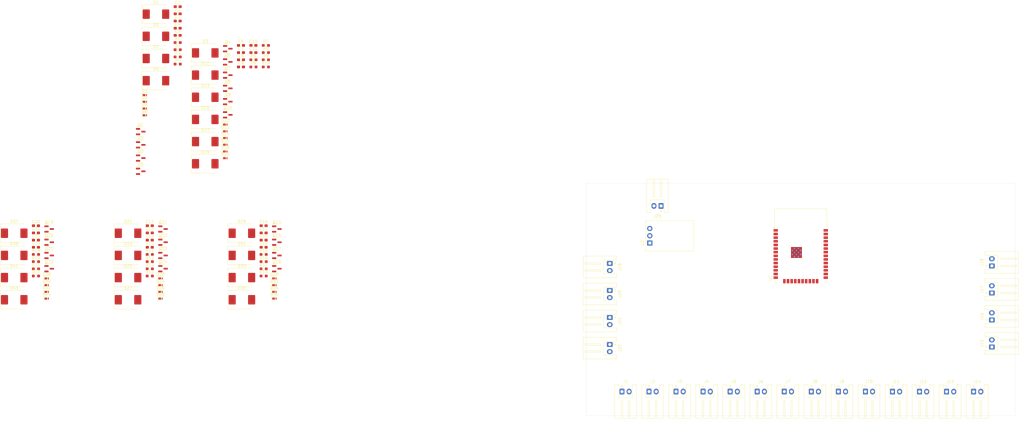
<source format=kicad_pcb>
(kicad_pcb (version 20240108) (generator "pcbnew") (generator_version "8.0")
  (layers (0 "F.Cu" signal) (31 "B.Cu" signal) (34 "B.Paste" user) (35 "F.Paste" user) (36 "B.SilkS" user "B.Silkscreen") (37 "F.SilkS" user "F.Silkscreen") (38 "B.Mask" user) (39 "F.Mask" user) (44 "Edge.Cuts" user))
  (net 0 "")
  (net 1 "+5V")
  (net 2 "Net-(D2-A)")
  (net 3 "Net-(J25-Pin_1)")
  (net 4 "GND")
  (net 5 "Net-(D4-A)")
  (net 6 "Net-(D6-A)")
  (net 7 "Net-(D1-A)")
  (net 8 "Net-(D10-A)")
  (net 9 "Net-(D11-A)")
  (net 10 "Net-(D13-A)")
  (net 11 "Net-(D15-A)")
  (net 12 "Net-(D17-A)")
  (net 13 "Net-(D19-A)")
  (net 14 "Net-(D21-A)")
  (net 15 "Net-(D23-A)")
  (net 16 "Net-(D25-A)")
  (net 17 "Net-(D27-A)")
  (net 18 "Net-(D29-A)")
  (net 19 "Net-(D31-A)")
  (net 20 "Net-(D33-A)")
  (net 21 "Net-(D35-A)")
  (net 22 "Net-(D37-A)")
  (net 23 "Net-(D39-A)")
  (net 24 "Net-(D41-A)")
  (net 25 "Net-(D43-A)")
  (net 26 "Net-(Q1-G)")
  (net 27 "Net-(Q2-G)")
  (net 28 "Net-(Q3-G)")
  (net 29 "Net-(Q4-G)")
  (net 30 "Net-(Q5-G)")
  (net 31 "Net-(Q6-G)")
  (net 32 "Net-(Q7-G)")
  (net 33 "Net-(Q8-G)")
  (net 34 "Net-(Q9-G)")
  (net 35 "Net-(Q10-G)")
  (net 36 "Net-(Q11-G)")
  (net 37 "Net-(Q12-G)")
  (net 38 "Net-(Q13-G)")
  (net 39 "Net-(Q14-G)")
  (net 40 "Net-(Q15-G)")
  (net 41 "Net-(Q16-G)")
  (net 42 "Net-(Q17-G)")
  (net 43 "Net-(Q18-G)")
  (net 44 "Net-(Q19-G)")
  (net 45 "Net-(Q20-G)")
  (net 46 "Net-(Q21-G)")
  (net 47 "Net-(Q22-G)")
  (net 48 "Net-(U1-SENSOR_VP)")
  (net 49 "Net-(U1-IO35)")
  (net 50 "Net-(U1-IO34)")
  (net 51 "Net-(U1-SENSOR_VN)")
  (net 72 "Net-(U1-VDD)")
  (net 75 "TIMER4")
  (net 76 "DIM2")
  (net 77 "TOG3")
  (net 78 "DIM1")
  (net 79 "SEQ3")
  (net 80 "SEQ4")
  (net 81 "TOG2")
  (net 83 "SEQ6")
  (net 85 "SEQ5")
  (net 86 "SEQ1")
  (net 87 "TOG6")
  (net 88 "DIM3")
  (net 89 "TIMER3")
  (net 90 "TOG1")
  (net 93 "SEQ2")
  (net 95 "TOG5")
  (net 96 "TIMER2")
  (net 97 "TOG4")
  (net 98 "TIMER1")
  (net 99 "DIM4")
  (footprint "Diode_SMD:Nexperia_DSN1608-2_1.6x0.8mm" (layer "F.Cu") (at -117.57 93.92)
    (property "Reference" "D42" (at 0 -1.43 0) (layer "F.SilkS"))
    (property "Value" "PTVS12VZ1USK")
    (pad "1" smd roundrect (at -0.285 0) (size 0.93 0.7) (layers "F.Cu" "F.Paste" "F.Mask") (roundrect_rratio 0.1071428571) (net 1 "+5V"))
    (pad "2" smd roundrect (at 0.6 0) (size 0.3 0.7) (layers "F.Cu" "F.Paste" "F.Mask") (net 24 "Net-(D41-A)"))
  )
  (footprint "Diode_SMD:Nexperia_DSN1608-2_1.6x0.8mm" (layer "F.Cu") (at -117.57 91.57)
    (property "Reference" "D40" (at 0 -1.43 0) (layer "F.SilkS"))
    (property "Value" "PTVS12VZ1USK")
    (pad "1" smd roundrect (at -0.285 0) (size 0.93 0.7) (layers "F.Cu" "F.Paste" "F.Mask") (roundrect_rratio 0.1071428571) (net 1 "+5V"))
    (pad "2" smd roundrect (at 0.6 0) (size 0.3 0.7) (layers "F.Cu" "F.Paste" "F.Mask") (net 23 "Net-(D39-A)"))
  )
  (footprint "Resistor_SMD:R_0603_1608Metric_Pad0.98x0.95mm_HandSolder" (layer "F.Cu") (at -71.77 11.78)
    (property "Reference" "R3" (at 0 -1.43 0) (layer "F.SilkS"))
    (property "Value" "100ohm")
    (pad "1" smd roundrect (at -0.9125 0) (size 0.975 0.95) (layers "F.Cu" "F.Paste" "F.Mask") (net 50 "Net-(U1-IO34)"))
    (pad "2" smd roundrect (at 0.9125 0) (size 0.975 0.95) (layers "F.Cu" "F.Paste" "F.Mask") (net 28 "Net-(Q3-G)"))
  )
  (footprint "Package_TO_SOT_SMD:SOT-23" (layer "F.Cu") (at -116.7 76.57)
    (property "Reference" "Q20" (at 0 -2.4 0) (layer "F.SilkS"))
    (property "Value" "IRLML6244")
    (pad "1" smd roundrect (at -0.9375 -0.95) (size 1.475 0.6) (layers "F.Cu" "F.Paste" "F.Mask") (net 45 "Net-(Q20-G)"))
    (pad "2" smd roundrect (at -0.9375 0.95) (size 1.475 0.6) (layers "F.Cu" "F.Paste" "F.Mask") (net 4 "GND"))
    (pad "3" smd roundrect (at 0.9375 0) (size 1.475 0.6) (layers "F.Cu" "F.Paste" "F.Mask") (net 23 "Net-(D39-A)"))
  )
  (footprint "Diode_SMD:Nexperia_DSN1608-2_1.6x0.8mm" (layer "F.Cu") (at -77.77 96.27)
    (property "Reference" "D28" (at 0 -1.43 0) (layer "F.SilkS"))
    (property "Value" "PTVS12VZ1USK")
    (pad "1" smd roundrect (at -0.285 0) (size 0.93 0.7) (layers "F.Cu" "F.Paste" "F.Mask") (roundrect_rratio 0.1071428571) (net 1 "+5V"))
    (pad "2" smd roundrect (at 0.6 0) (size 0.3 0.7) (layers "F.Cu" "F.Paste" "F.Mask") (net 17 "Net-(D27-A)"))
  )
  (footprint "Package_TO_SOT_SMD:SOT-23" (layer "F.Cu") (at -37.1 81.195)
    (property "Reference" "Q17" (at 0 -2.4 0) (layer "F.SilkS"))
    (property "Value" "IRLML6244")
    (pad "1" smd roundrect (at -0.9375 -0.95) (size 1.475 0.6) (layers "F.Cu" "F.Paste" "F.Mask") (net 42 "Net-(Q17-G)"))
    (pad "2" smd roundrect (at -0.9375 0.95) (size 1.475 0.6) (layers "F.Cu" "F.Paste" "F.Mask") (net 4 "GND"))
    (pad "3" smd roundrect (at 0.9375 0) (size 1.475 0.6) (layers "F.Cu" "F.Paste" "F.Mask") (net 20 "Net-(D33-A)"))
  )
  (footprint "Resistor_SMD:R_0603_1608Metric_Pad0.98x0.95mm_HandSolder" (layer "F.Cu") (at -41.72 85.86)
    (property "Reference" "R17" (at 0 -1.43 0) (layer "F.SilkS"))
    (property "Value" "100ohm")
    (pad "1" smd roundrect (at -0.9125 0) (size 0.975 0.95) (layers "F.Cu" "F.Paste" "F.Mask"))
    (pad "2" smd roundrect (at 0.9125 0) (size 0.975 0.95) (layers "F.Cu" "F.Paste" "F.Mask") (net 42 "Net-(Q17-G)"))
  )
  (footprint "Diode_SMD:D_SMC" (layer "F.Cu") (at -89.115 73.42)
    (property "Reference" "D21" (at 0 -4.1 0) (layer "F.SilkS"))
    (property "Value" "B340")
    (pad "1" smd roundrect (at -3.4 0 90) (size 3.3 2.5) (layers "F.Cu" "F.Paste" "F.Mask") (roundrect_rratio 0.1) (net 1 "+5V"))
    (pad "2" smd roundrect (at 3.4 0 90) (size 3.3 2.5) (layers "F.Cu" "F.Paste" "F.Mask") (roundrect_rratio 0.1) (net 14 "Net-(D21-A)"))
  )
  (footprint "Resistor_SMD:R_0603_1608Metric_Pad0.98x0.95mm_HandSolder" (layer "F.Cu") (at -40.94 15.29)
    (property "Reference" "R10" (at 0 -1.43 0) (layer "F.SilkS"))
    (property "Value" "100ohm")
    (pad "1" smd roundrect (at -0.9125 0) (size 0.975 0.95) (layers "F.Cu" "F.Paste" "F.Mask"))
    (pad "2" smd roundrect (at 0.9125 0) (size 0.975 0.95) (layers "F.Cu" "F.Paste" "F.Mask") (net 35 "Net-(Q10-G)"))
  )
  (footprint "Diode_SMD:D_SMC" (layer "F.Cu") (at -49.315 81.17)
    (property "Reference" "D31" (at 0 -4.1 0) (layer "F.SilkS"))
    (property "Value" "B340")
    (pad "1" smd roundrect (at -3.4 0 90) (size 3.3 2.5) (layers "F.Cu" "F.Paste" "F.Mask") (roundrect_rratio 0.1) (net 1 "+5V"))
    (pad "2" smd roundrect (at 3.4 0 90) (size 3.3 2.5) (layers "F.Cu" "F.Paste" "F.Mask") (roundrect_rratio 0.1) (net 19 "Net-(D31-A)"))
  )
  (footprint "Capacitor_SMD:C_0603_1608Metric_Pad1.08x0.95mm_HandSolder" (layer "F.Cu") (at -71.77 -3.28)
    (property "Reference" "C2" (at 0 -1.43 0) (layer "F.SilkS"))
    (property "Value" "100nF")
    (pad "1" smd roundrect (at -0.8625 0) (size 1.075 0.95) (layers "F.Cu" "F.Paste" "F.Mask") (net 4 "GND"))
    (pad "2" smd roundrect (at 0.8625 0) (size 1.075 0.95) (layers "F.Cu" "F.Paste" "F.Mask") (net 3 "Net-(J25-Pin_1)"))
  )
  (footprint "Diode_SMD:Nexperia_DSN1608-2_1.6x0.8mm" (layer "F.Cu") (at -83.26 29.83)
    (property "Reference" "D6" (at 0 -1.43 0) (layer "F.SilkS"))
    (property "Value" "PTVS12VZ1USK")
    (pad "1" smd roundrect (at -0.285 0) (size 0.93 0.7) (layers "F.Cu" "F.Paste" "F.Mask") (roundrect_rratio 0.1071428571) (net 1 "+5V"))
    (pad "2" smd roundrect (at 0.6 0) (size 0.3 0.7) (layers "F.Cu" "F.Paste" "F.Mask") (net 6 "Net-(D6-A)"))
  )
  (footprint "Connector_JST:JST_XH_S2B-XH-A_1x02_P2.50mm_Horizontal" (layer "F.Cu") (at 212.86 94.29 90)
    (property "Reference" "J17" (at 1.25 -3.5 90) (layer "F.SilkS"))
    (property "Value" "sensPin1")
    (pad "1" thru_hole roundrect (at 0 0 90) (size 1.7 2) (drill 1) (layers "*.Cu" "*.Mask") (roundrect_rratio 0.147059) (net 20 "Net-(D33-A)"))
    (pad "2" thru_hole oval (at 2.5 0 90) (size 1.7 2) (drill 1) (layers "*.Cu" "*.Mask") (net 1 "+5V"))
  )
  (footprint "Resistor_SMD:R_0603_1608Metric_Pad0.98x0.95mm_HandSolder" (layer "F.Cu") (at -40.94 12.78)
    (property "Reference" "R9" (at 0 -1.43 0) (layer "F.SilkS"))
    (property "Value" "100ohm")
    (pad "1" smd roundrect (at -0.9125 0) (size 0.975 0.95) (layers "F.Cu" "F.Paste" "F.Mask"))
    (pad "2" smd roundrect (at 0.9125 0) (size 0.975 0.95) (layers "F.Cu" "F.Paste" "F.Mask") (net 34 "Net-(Q9-G)"))
  )
  (footprint "Connector_JST:JST_XH_S2B-XH-A_1x02_P2.50mm_Horizontal" (layer "F.Cu") (at 140.295385 128.77)
    (property "Reference" "J7" (at 1.25 -3.5 0) (layer "F.SilkS"))
    (property "Value" "sensPin1")
    (pad "1" thru_hole roundrect (at 0 0) (size 1.7 2) (drill 1) (layers "*.Cu" "*.Mask") (roundrect_rratio 0.147059) (net 10 "Net-(D13-A)"))
    (pad "2" thru_hole oval (at 2.5 0) (size 1.7 2) (drill 1) (layers "*.Cu" "*.Mask") (net 1 "+5V"))
  )
  (footprint "Diode_SMD:D_SMC" (layer "F.Cu") (at -89.115 81.17)
    (property "Reference" "D23" (at 0 -4.1 0) (layer "F.SilkS"))
    (property "Value" "B340")
    (pad "1" smd roundrect (at -3.4 0 90) (size 3.3 2.5) (layers "F.Cu" "F.Paste" "F.Mask") (roundrect_rratio 0.1) (net 1 "+5V"))
    (pad "2" smd roundrect (at 3.4 0 90) (size 3.3 2.5) (layers "F.Cu" "F.Paste" "F.Mask") (roundrect_rratio 0.1) (net 15 "Net-(D23-A)"))
  )
  (footprint "Connector_JST:JST_XH_S2B-XH-A_1x02_P2.50mm_Horizontal" (layer "F.Cu") (at 102.467693 128.77)
    (property "Reference" "J3" (at 1.25 -3.5 0) (layer "F.SilkS"))
    (property "Value" "sensPin3")
    (pad "1" thru_hole roundrect (at 0 0) (size 1.7 2) (drill 1) (layers "*.Cu" "*.Mask") (roundrect_rratio 0.147059) (net 6 "Net-(D6-A)"))
    (pad "2" thru_hole oval (at 2.5 0) (size 1.7 2) (drill 1) (layers "*.Cu" "*.Mask") (net 1 "+5V"))
  )
  (footprint "Capacitor_SMD:C_0603_1608Metric_Pad1.08x0.95mm_HandSolder" (layer "F.Cu") (at -121.32 73.31)
    (property "Reference" "C21" (at 0 -1.43 0) (layer "F.SilkS"))
    (property "Value" "100nF")
    (pad "1" smd roundrect (at -0.8625 0) (size 1.075 0.95) (layers "F.Cu" "F.Paste" "F.Mask") (net 1 "+5V"))
    (pad "2" smd roundrect (at 0.8625 0) (size 1.075 0.95) (layers "F.Cu" "F.Paste" "F.Mask") (net 23 "Net-(D39-A)"))
  )
  (footprint "Connector_JST:JST_XH_S2B-XH-A_1x02_P2.50mm_Horizontal" (layer "F.Cu") (at 79.29 112.32 -90)
    (property "Reference" "J22" (at 1.25 -3.5 90) (layer "F.SilkS"))
    (property "Value" "sensPin1")
    (pad "1" thru_hole roundrect (at 0 0 270) (size 1.7 2) (drill 1) (layers "*.Cu" "*.Mask") (roundrect_rratio 0.147059) (net 25 "Net-(D43-A)"))
    (pad "2" thru_hole oval (at 2.5 0 270) (size 1.7 2) (drill 1) (layers "*.Cu" "*.Mask") (net 1 "+5V"))
  )
  (footprint "Diode_SMD:D_SMC" (layer "F.Cu") (at -89.115 88.92)
    (property "Reference" "D25" (at 0 -4.1 0) (layer "F.SilkS"))
    (property "Value" "B340")
    (pad "1" smd roundrect (at -3.4 0 90) (size 3.3 2.5) (layers "F.Cu" "F.Paste" "F.Mask") (roundrect_rratio 0.1) (net 1 "+5V"))
    (pad "2" smd roundrect (at 3.4 0 90) (size 3.3 2.5) (layers "F.Cu" "F.Paste" "F.Mask") (roundrect_rratio 0.1) (net 16 "Net-(D25-A)"))
  )
  (footprint "Diode_SMD:D_SMC" (layer "F.Cu") (at -62.125 18.13)
    (property "Reference" "D11" (at 0 -4.1 0) (layer "F.SilkS"))
    (property "Value" "B340")
    (pad "1" smd roundrect (at -3.4 0 90) (size 3.3 2.5) (layers "F.Cu" "F.Paste" "F.Mask") (roundrect_rratio 0.1) (net 1 "+5V"))
    (pad "2" smd roundrect (at 3.4 0 90) (size 3.3 2.5) (layers "F.Cu" "F.Paste" "F.Mask") (roundrect_rratio 0.1) (net 9 "Net-(D11-A)"))
  )
  (footprint "Diode_SMD:Nexperia_DSN1608-2_1.6x0.8mm" (layer "F.Cu") (at -55.13 42.48)
    (property "Reference" "D16" (at 0 -1.43 0) (layer "F.SilkS"))
    (property "Value" "PTVS12VZ1USK")
    (pad "1" smd roundrect (at -0.285 0) (size 0.93 0.7) (layers "F.Cu" "F.Paste" "F.Mask") (roundrect_rratio 0.1071428571) (net 1 "+5V"))
    (pad "2" smd roundrect (at 0.6 0) (size 0.3 0.7) (layers "F.Cu" "F.Paste" "F.Mask") (net 11 "Net-(D15-A)"))
  )
  (footprint "Diode_SMD:D_SMC" (layer "F.Cu") (at -62.125 49.13)
    (property "Reference" "D19" (at 0 -4.1 0) (layer "F.SilkS"))
    (property "Value" "B340")
    (pad "1" smd roundrect (at -3.4 0 90) (size 3.3 2.5) (layers "F.Cu" "F.Paste" "F.Mask") (roundrect_rratio 0.1) (net 1 "+5V"))
    (pad "2" smd roundrect (at 3.4 0 90) (size 3.3 2.5) (layers "F.Cu" "F.Paste" "F.Mask") (roundrect_rratio 0.1) (net 13 "Net-(D19-A)"))
  )
  (footprint "Diode_SMD:D_SMC" (layer "F.Cu") (at -79.365 -3.17)
    (property "Reference" "D1" (at 0 -4.1 0) (layer "F.SilkS"))
    (property "Value" "B340")
    (pad "1" smd roundrect (at -3.4 0 90) (size 3.3 2.5) (layers "F.Cu" "F.Paste" "F.Mask") (roundrect_rratio 0.1) (net 1 "+5V"))
    (pad "2" smd roundrect (at 3.4 0 90) (size 3.3 2.5) (layers "F.Cu" "F.Paste" "F.Mask") (roundrect_rratio 0.1) (net 7 "Net-(D1-A)"))
  )
  (footprint "Connector_JST:JST_XH_S2B-XH-A_1x02_P2.50mm_Horizontal" (layer "F.Cu") (at 178.123077 128.8)
    (property "Reference" "J11" (at 1.25 -3.5 0) (layer "F.SilkS"))
    (property "Value" "sensPin1")
    (pad "1" thru_hole roundrect (at 0 0) (size 1.7 2) (drill 1) (layers "*.Cu" "*.Mask") (roundrect_rratio 0.147059) (net 14 "Net-(D21-A)"))
    (pad "2" thru_hole oval (at 2.5 0) (size 1.7 2) (drill 1) (layers "*.Cu" "*.Mask") (net 1 "+5V"))
  )
  (footprint "Connector_JST:JST_XH_S2B-XH-A_1x02_P2.50mm_Horizontal" (layer "F.Cu") (at 130.838462 128.77)
    (property "Reference" "J6" (at 1.25 -3.5 0) (layer "F.SilkS"))
    (property "Value" "sensPin1")
    (pad "1" thru_hole roundrect (at 0 0) (size 1.7 2) (drill 1) (layers "*.Cu" "*.Mask") (roundrect_rratio 0.147059) (net 9 "Net-(D11-A)"))
    (pad "2" thru_hole oval (at 2.5 0) (size 1.7 2) (drill 1) (layers "*.Cu" "*.Mask") (net 1 "+5V"))
  )
  (footprint "Capacitor_SMD:C_0603_1608Metric_Pad1.08x0.95mm_HandSolder" (layer "F.Cu") (at -121.32 78.33)
    (property "Reference" "C23" (at 0 -1.43 0) (layer "F.SilkS"))
    (property "Value" "100nF")
    (pad "1" smd roundrect (at -0.8625 0) (size 1.075 0.95) (layers "F.Cu" "F.Paste" "F.Mask") (net 1 "+5V"))
    (pad "2" smd roundrect (at 0.8625 0) (size 1.075 0.95) (layers "F.Cu" "F.Paste" "F.Mask") (net 25 "Net-(D43-A)"))
  )
  (footprint "Capacitor_SMD:C_0603_1608Metric_Pad1.08x0.95mm_HandSolder" (layer "F.Cu") (at -71.77 1.74)
    (property "Reference" "C4" (at 0 -1.43 0) (layer "F.SilkS"))
    (property "Value" "100nF")
    (pad "1" smd roundrect (at -0.8625 0) (size 1.075 0.95) (layers "F.Cu" "F.Paste" "F.Mask") (net 1 "+5V"))
    (pad "2" smd roundrect (at 0.8625 0) (size 1.075 0.95) (layers "F.Cu" "F.Paste" "F.Mask") (net 6 "Net-(D6-A)"))
  )
  (footprint "Capacitor_SMD:C_0603_1608Metric_Pad1.08x0.95mm_HandSolder" (layer "F.Cu") (at -71.77 4.25)
    (property "Reference" "C5" (at 0 -1.43 0) (layer "F.SilkS"))
    (property "Value" "100nF")
    (pad "1" smd roundrect (at -0.8625 0) (size 1.075 0.95) (layers "F.Cu" "F.Paste" "F.Mask") (net 1 "+5V"))
    (pad "2" smd roundrect (at 0.8625 0) (size 1.075 0.95) (layers "F.Cu" "F.Paste" "F.Mask") (net 7 "Net-(D1-A)"))
  )
  (footprint "Capacitor_SMD:C_0603_1608Metric_Pad1.08x0.95mm_HandSolder" (layer "F.Cu") (at -81.52 70.8)
    (property "Reference" "C12" (at 0 -1.43 0) (layer "F.SilkS"))
    (property "Value" "100nF")
    (pad "1" smd roundrect (at -0.8625 0) (size 1.075 0.95) (layers "F.Cu" "F.Paste" "F.Mask") (net 1 "+5V"))
    (pad "2" smd roundrect (at 0.8625 0) (size 1.075 0.95) (layers "F.Cu" "F.Paste" "F.Mask") (net 14 "Net-(D21-A)"))
  )
  (footprint "Package_TO_SOT_SMD:SOT-23" (layer "F.Cu") (at -54.26 22.78)
    (property "Reference" "Q8" (at 0 -2.4 0) (layer "F.SilkS"))
    (property "Value" "IRLML6244")
    (pad "1" smd roundrect (at -0.9375 -0.95) (size 1.475 0.6) (layers "F.Cu" "F.Paste" "F.Mask") (net 33 "Net-(Q8-G)"))
    (pad "2" smd roundrect (at -0.9375 0.95) (size 1.475 0.6) (layers "F.Cu" "F.Paste" "F.Mask") (net 4 "GND"))
    (pad "3" smd roundrect (at 0.9375 0) (size 1.475 0.6) (layers "F.Cu" "F.Paste" "F.Mask") (net 11 "Net-(D15-A)"))
  )
  (footprint "Connector_JST:JST_XH_S2B-XH-A_1x02_P2.50mm_Horizontal" (layer "F.Cu") (at 111.924616 128.77)
    (property "Reference" "J4" (at 1.25 -3.5 0) (layer "F.SilkS"))
    (property "Value" "sensPin4")
    (pad "1" thru_hole roundrect (at 0 0) (size 1.7 2) (drill 1) (layers "*.Cu" "*.Mask") (roundrect_rratio 0.147059) (net 5 "Net-(D4-A)"))
    (pad "2" thru_hole oval (at 2.5 0) (size 1.7 2) (drill 1) (layers "*.Cu" "*.Mask") (net 1 "+5V"))
  )
  (footprint "Resistor_SMD:R_0603_1608Metric_Pad0.98x0.95mm_HandSolder" (layer "F.Cu") (at -41.72 83.35)
    (property "Reference" "R16" (at 0 -1.43 0) (layer "F.SilkS"))
    (property "Value" "100ohm")
    (pad "1" smd roundrect (at -0.9125 0) (size 0.975 0.95) (layers "F.Cu" "F.Paste" "F.Mask"))
    (pad "2" smd roundrect (at 0.9125 0) (size 0.975 0.95) (layers "F.Cu" "F.Paste" "F.Mask") (net 41 "Net-(Q16-G)"))
  )
  (footprint "Diode_SMD:D_SMC" (layer "F.Cu") (at -62.125 10.38)
    (property "Reference" "D3" (at 0 -4.1 0) (layer "F.SilkS"))
    (property "Value" "B340")
    (pad "1" smd roundrect (at -3.4 0 90) (size 3.3 2.5) (layers "F.Cu" "F.Paste" "F.Mask") (roundrect_rratio 0.1) (net 1 "+5V"))
    (pad "2" smd roundrect (at 3.4 0 90) (size 3.3 2.5) (layers "F.Cu" "F.Paste" "F.Mask") (roundrect_rratio 0.1) (net 8 "Net-(D10-A)"))
  )
  (footprint "Diode_SMD:D_SMC" (layer "F.Cu") (at -62.125 25.88)
    (property "Reference" "D13" (at 0 -4.1 0) (layer "F.SilkS"))
    (property "Value" "B340")
    (pad "1" smd roundrect (at -3.4 0 90) (size 3.3 2.5) (layers "F.Cu" "F.Paste" "F.Mask") (roundrect_rratio 0.1) (net 1 "+5V"))
    (pad "2" smd roundrect (at 3.4 0 90) (size 3.3 2.5) (layers "F.Cu" "F.Paste" "F.Mask") (roundrect_rratio 0.1) (net 10 "Net-(D13-A)"))
  )
  (footprint "Resistor_SMD:R_0603_1608Metric_Pad0.98x0.95mm_HandSolder" (layer "F.Cu") (at -121.32 83.35)
    (property "Reference" "R20" (at 0 -1.43 0) (layer "F.SilkS"))
    (property "Value" "100ohm")
    (pad "1" smd roundrect (at -0.9125 0) (size 0.975 0.95) (layers "F.Cu" "F.Paste" "F.Mask"))
    (pad "2" smd roundrect (at 0.9125 0) (size 0.975 0.95) (layers "F.Cu" "F.Paste" "F.Mask") (net 45 "Net-(Q20-G)"))
  )
  (footprint "Resistor_SMD:R_0603_1608Metric_Pad0.98x0.95mm_HandSolder" (layer "F.Cu") (at -81.52 88.37)
    (property "Reference" "R14" (at 0 -1.43 0) (layer "F.SilkS"))
    (property "Value" "100ohm")
    (pad "1" smd roundrect (at -0.9125 0) (size 0.975 0.95) (layers "F.Cu" "F.Paste" "F.Mask"))
    (pad "2" smd roundrect (at 0.9125 0) (size 0.975 0.95) (layers "F.Cu" "F.Paste" "F.Mask") (net 39 "Net-(Q14-G)"))
  )
  (footprint "Resistor_SMD:R_0603_1608Metric_Pad0.98x0.95mm_HandSolder" (layer "F.Cu") (at -71.77 6.76)
    (property "Reference" "R1" (at 0 -1.43 0) (layer "F.SilkS"))
    (property "Value" "100ohm")
    (pad "1" smd roundrect (at -0.9125 0) (size 0.975 0.95) (layers "F.Cu" "F.Paste" "F.Mask") (net 48 "Net-(U1-SENSOR_VP)"))
    (pad "2" smd roundrect (at 0.9125 0) (size 0.975 0.95) (layers "F.Cu" "F.Paste" "F.Mask") (net 30 "Net-(Q5-G)"))
  )
  (footprint "Package_TO_SOT_SMD:SOT-23" (layer "F.Cu") (at -37.1 76.57)
    (property "Reference" "Q16" (at 0 -2.4 0) (layer "F.SilkS"))
    (property "Value" "IRLML6244")
    (pad "1" smd roundrect (at -0.9375 -0.95) (size 1.475 0.6) (layers "F.Cu" "F.Paste" "F.Mask") (net 41 "Net-(Q16-G)"))
    (pad "2" smd roundrect (at -0.9375 0.95) (size 1.475 0.6) (layers "F.Cu" "F.Paste" "F.Mask") (net 4 "GND"))
    (pad "3" smd roundrect (at 0.9375 0) (size 1.475 0.6) (layers "F.Cu" "F.Paste" "F.Mask") (net 19 "Net-(D31-A)"))
  )
  (footprint "Connector_JST:JST_XH_S2B-XH-A_1x02_P2.50mm_Horizontal" (layer "F.Cu") (at 206.493847 128.8)
    (property "Reference" "J14" (at 1.25 -3.5 0) (layer "F.SilkS"))
    (property "Value" "sensPin1")
    (pad "1" thru_hole roundrect (at 0 0) (size 1.7 2) (drill 1) (layers "*.Cu" "*.Mask") (roundrect_rratio 0.147059) (net 17 "Net-(D27-A)"))
    (pad "2" thru_hole oval (at 2.5 0) (size 1.7 2) (drill 1) (layers "*.Cu" "*.Mask") (net 1 "+5V"))
  )
  (footprint "Capacitor_SMD:C_0603_1608Metric_Pad1.08x0.95mm_HandSolder" (layer "F.Cu") (at -121.32 75.82)
    (property "Reference" "C22" (at 0 -1.43 0) (layer "F.SilkS"))
    (property "Value" "100nF")
    (pad "1" smd roundrect (at -0.8625 0) (size 1.075 0.95) (layers "F.Cu" "F.Paste" "F.Mask") (net 1 "+5V"))
    (pad "2" smd roundrect (at 0.8625 0) (size 1.075 0.95) (layers "F.Cu" "F.Paste" "F.Mask") (net 24 "Net-(D41-A)"))
  )
  (footprint "Connector_JST:JST_XH_S2B-XH-A_1x02_P2.50mm_Horizontal" (layer "F.Cu") (at 187.58 128.8)
    (property "Reference" "J12" (at 1.25 -3.5 0) (layer "F.SilkS"))
    (property "Value" "sensPin1")
    (pad "1" thru_hole roundrect (at 0 0) (size 1.7 2) (drill 1) (layers "*.Cu" "*.Mask") (roundrect_rratio 0.147059) (net 15 "Net-(D23-A)"))
    (pad "2" thru_hole oval (at 2.5 0) (size 1.7 2) (drill 1) (layers "*.Cu" "*.Mask") (net 1 "+5V"))
  )
  (footprint "Resistor_SMD:R_0603_1608Metric_Pad0.98x0.95mm_HandSolder" (layer "F.Cu") (at -71.77 14.29)
    (property "Reference" "R4" (at 0 -1.43 0) (layer "F.SilkS"))
    (property "Value" "100ohm")
    (pad "1" smd roundrect (at -0.9125 0) (size 0.975 0.95) (layers "F.Cu" "F.Paste" "F.Mask") (net 51 "Net-(U1-SENSOR_VN)"))
    (pad "2" smd roundrect (at 0.9125 0) (size 0.975 0.95) (layers "F.Cu" "F.Paste" "F.Mask") (net 26 "Net-(Q1-G)"))
  )
  (footprint "Capacitor_SMD:C_0603_1608Metric_Pad1.08x0.95mm_HandSolder" (layer "F.Cu") (at -71.77 -0.77)
    (property "Reference" "C3" (at 0 -1.43 0) (layer "F.SilkS"))
    (property "Value" "100nF")
    (pad "1" smd roundrect (at -0.8625 0) (size 1.075 0.95) (layers "F.Cu" "F.Paste" "F.Mask") (net 1 "+5V"))
    (pad "2" smd roundrect (at 0.8625 0) (size 1.075 0.95) (layers "F.Cu" "F.Paste" "F.Mask") (net 5 "Net-(D4-A)"))
  )
  (footprint "Package_TO_SOT_SMD:SOT-23" (layer "F.Cu") (at -37.1 71.945)
    (property "Reference" "Q15" (at 0 -2.4 0) (layer "F.SilkS"))
    (property "Value" "IRLML6244")
    (pad "1" smd roundrect (at -0.9375 -0.95) (size 1.475 0.6) (layers "F.Cu" "F.Paste" "F.Mask") (net 40 "Net-(Q15-G)"))
    (pad "2" smd roundrect (at -0.9375 0.95) (size 1.475 0.6) (layers "F.Cu" "F.Paste" "F.Mask") (net 4 "GND"))
    (pad "3" smd roundrect (at 0.9375 0) (size 1.475 0.6) (layers "F.Cu" "F.Paste" "F.Mask") (net 18 "Net-(D29-A)"))
  )
  (footprint "Resistor_SMD:R_0603_1608Metric_Pad0.98x0.95mm_HandSolder" (layer "F.Cu") (at -121.32 80.84)
    (property "Reference" "R19" (at 0 -1.43 0) (layer "F.SilkS"))
    (property "Value" "100ohm")
    (pad "1" smd roundrect (at -0.9125 0) (size 0.975 0.95) (layers "F.Cu" "F.Paste" "F.Mask"))
    (pad "2" smd roundrect (at 0.9125 0) (size 0.975 0.95) (layers "F.Cu" "F.Paste" "F.Mask") (net 44 "Net-(Q19-G)"))
  )
  (footprint "Diode_SMD:D_SMC" (layer "F.Cu") (at -49.315 73.42)
    (property "Reference" "D29" (at 0 -4.1 0) (layer "F.SilkS"))
    (property "Value" "B340")
    (pad "1" smd roundrect (at -3.4 0 90) (size 3.3 2.5) (layers "F.Cu" "F.Paste" "F.Mask") (roundrect_rratio 0.1) (net 1 "+5V"))
    (pad "2" smd roundrect (at 3.4 0 90) (size 3.3 2.5) (layers "F.Cu" "F.Paste" "F.Mask") (roundrect_rratio 0.1) (net 18 "Net-(D29-A)"))
  )
  (footprint "Capacitor_SMD:C_0603_1608Metric_Pad1.08x0.95mm_HandSolder" (layer "F.Cu") (at -41.72 70.8)
    (property "Reference" "C16" (at 0 -1.43 0) (layer "F.SilkS"))
    (property "Value" "100nF")
    (pad "1" smd roundrect (at -0.8625 0) (size 1.075 0.95) (layers "F.Cu" "F.Paste" "F.Mask") (net 1 "+5V"))
    (pad "2" smd roundrect (at 0.8625 0) (size 1.075 0.95) (layers "F.Cu" "F.Paste" "F.Mask") (net 18 "Net-(D29-A)"))
  )
  (footprint "Package_TO_SOT_SMD:SOT-23" (layer "F.Cu") (at -54.26 13.53)
    (property "Reference" "Q6" (at 0 -2.4 0) (layer "F.SilkS"))
    (property "Value" "IRLML6244")
    (pad "1" smd roundrect (at -0.9375 -0.95) (size 1.475 0.6) (layers "F.Cu" "F.Paste" "F.Mask") (net 31 "Net-(Q6-G)"))
    (pad "2" smd roundrect (at -0.9375 0.95) (size 1.475 0.6) (layers "F.Cu" "F.Paste" "F.Mask") (net 4 "GND"))
    (pad "3" smd roundrect (at 0.9375 0) (size 1.475 0.6) (layers "F.Cu" "F.Paste" "F.Mask") (net 9 "Net-(D11-A)"))
  )
  (footprint "Connector_JST:JST_XH_S2B-XH-A_1x02_P2.50mm_Horizontal" (layer "F.Cu") (at 197.036923 128.8)
    (property "Reference" "J13" (at 1.25 -3.5 0) (layer "F.SilkS"))
    (property "Value" "sensPin1")
    (pad "1" thru_hole roundrect (at 0 0) (size 1.7 2) (drill 1) (layers "*.Cu" "*.Mask") (roundrect_rratio 0.147059) (net 16 "Net-(D25-A)"))
    (pad "2" thru_hole oval (at 2.5 0) (size 1.7 2) (drill 1) (layers "*.Cu" "*.Mask") (net 1 "+5V"))
  )
  (footprint "Connector_JST:JST_XH_S2B-XH-A_1x02_P2.50mm_Horizontal" (layer "F.Cu") (at 97.23 63.87 180)
    (property "Reference" "J25" (at 1.25 -3.5 0) (layer "F.SilkS"))
    (property "Value" "5VDC")
    (pad "1" thru_hole roundrect (at 0 0 180) (size 1.7 2) (drill 1) (layers "*.Cu" "*.Mask") (roundrect_rratio 0.147059) (net 3 "Net-(J25-Pin_1)"))
    (pad "2" thru_hole oval (at 2.5 0 180) (size 1.7 2) (drill 1) (layers "*.Cu" "*.Mask") (net 4 "GND"))
  )
  (footprint "Resistor_SMD:R_0603_1608Metric_Pad0.98x0.95mm_HandSolder" (layer "F.Cu") (at -81.52 85.86)
    (property "Reference" "R13" (at 0 -1.43 0) (layer "F.SilkS"))
    (property "Value" "100ohm")
    (pad "1" smd roundrect (at -0.9125 0) (size 0.975 0.95) (layers "F.Cu" "F.Paste" "F.Mask"))
    (pad "2" smd roundrect (at 0.9125 0) (size 0.975 0.95) (layers "F.Cu" "F.Paste" "F.Mask") (net 38 "Net-(Q13-G)"))
  )
  (footprint "Package_TO_SOT_SMD:SOT-23" (layer "F.Cu") (at -54.26 8.905)
    (property "Reference" "Q4" (at 0 -2.4 0) (layer "F.SilkS"))
    (property "Value" "IRLML6244")
    (pad "1" smd roundrect (at -0.9375 -0.95) (size 1.475 0.6) (layers "F.Cu" "F.Paste" "F.Mask") (net 29 "Net-(Q4-G)"))
    (pad "2" smd roundrect (at -0.9375 0.95) (size 1.475 0.6) (layers "F.Cu" "F.Paste" "F.Mask") (net 4 "GND"))
    (pad "3" smd roundrect (at 0.9375 0) (size 1.475 0.6) (layers "F.Cu" "F.Paste" "F.Mask") (net 8 "Net-(D10-A)"))
  )
  (footprint "Diode_SMD:Nexperia_DSN1608-2_1.6x0.8mm" (layer "F.Cu") (at -55.13 47.18)
    (property "Reference" "D20" (at 0 -1.43 0) (layer "F.SilkS"))
    (property "Value" "PTVS12VZ1USK")
    (pad "1" smd roundrect (at -0.285 0) (size 0.93 0.7) (layers "F.Cu" "F.Paste" "F.Mask") (roundrect_rratio 0.1071428571) (net 1 "+5V"))
    (pad "2" smd roundrect (at 0.6 0) (size 0.3 0.7) (layers "F.Cu" "F.Paste" "F.Mask") (net 13 "Net-(D19-A)"))
  )
  (footprint "Package_TO_SOT_SMD:SOT-23" (layer "F.Cu") (at -54.26 32.03)
    (property "Reference" "Q10" (at 0 -2.4 0) (layer "F.SilkS"))
    (property "Value" "IRLML6244")
    (pad "1" smd roundrect (at -0.9375 -0.95) (size 1.475 0.6) (layers "F.Cu" "F.Paste" "F.Mask") (net 35 "Net-(Q10-G)"))
    (pad "2" smd roundrect (at -0.9375 0.95) (size 1.475 0.6) (layers "F.Cu" "F.Paste" "F.Mask") (net 4 "GND"))
    (pad "3" smd roundrect (at 0.9375 0) (size 1.475 0.6) (layers "F.Cu" "F.Paste" "F.Mask") (net 13 "Net-(D19-A)"))
  )
  (footprint "Capacitor_SMD:C_0603_1608Metric_Pad1.08x0.95mm_HandSolder" (layer "F.Cu") (at -41.72 75.82)
    (property "Reference" "C18" (at 0 -1.43 0) (layer "F.SilkS"))
    (property "Value" "100nF")
    (pad "1" smd roundrect (at -0.8625 0) (size 1.075 0.95) (layers "F.Cu" "F.Paste" "F.Mask") (net 1 "+5V"))
    (pad "2" smd roundrect (at 0.8625 0) (size 1.075 0.95) (layers "F.Cu" "F.Paste" "F.Mask") (net 20 "Net-(D33-A)"))
  )
  (footprint "Diode_SMD:D_SMC" (layer "F.Cu") (at -128.915 96.67)
    (property "Reference" "D43" (at 0 -4.1 0) (layer "F.SilkS"))
    (property "Value" "B340")
    (pad "1" smd roundrect (at -3.4 0 90) (size 3.3 2.5) (layers "F.Cu" "F.Paste" "F.Mask") (roundrect_rratio 0.1) (net 1 "+5V"))
    (pad "2" smd roundrect (at 3.4 0 90) (size 3.3 2.5) (layers "F.Cu" "F.Paste" "F.Mask") (roundrect_rratio 0.1) (net 25 "Net-(D43-A)"))
  )
  (footprint "Diode_SMD:D_SMC" (layer "F.Cu") (at -79.365 4.58)
    (property "Reference" "D5" (at 0 -4.1 0) (layer "F.SilkS"))
    (property "Value" "B340")
    (pad "1" smd roundrect (at -3.4 0 90) (size 3.3 2.5) (layers "F.Cu" "F.Paste" "F.Mask") (roundrect_rratio 0.1) (net 1 "+5V"))
    (pad "2" smd roundrect (at 3.4 0 90) (size 3.3 2.5) (layers "F.Cu" "F.Paste" "F.Mask") (roundrect_rratio 0.1) (net 5 "Net-(D4-A)"))
  )
  (footprint "Diode_SMD:D_SMC" (layer "F.Cu") (at -89.115 96.67)
    (property "Reference" "D27" (at 0 -4.1 0) (layer "F.SilkS"))
    (property "Value" "B340")
    (pad "1" smd roundrect (at -3.4 0 90) (size 3.3 2.5) (layers "F.Cu" "F.Paste" "F.Mask") (roundrect_rratio 0.1) (net 1 "+5V"))
    (pad "2" smd roundrect (at 3.4 0 90) (size 3.3 2.5) (layers "F.Cu" "F.Paste" "F.Mask") (roundrect_rratio 0.1) (net 17 "Net-(D27-A)"))
  )
  (footprint "Resistor_SMD:R_0603_1608Metric_Pad0.98x0.95mm_HandSolder" (layer "F.Cu") (at -121.32 88.37)
    (property "Reference" "R22" (at 0 -1.43 0) (layer "F.SilkS"))
    (property "Value" "100ohm")
    (pad "1" smd roundrect (at -0.9125 0) (size 0.975 0.95) (layers "F.Cu" "F.Paste" "F.Mask"))
    (pad "2" smd roundrect (at 0.9125 0) (size 0.975 0.95) (layers "F.Cu" "F.Paste" "F.Mask") (net 47 "Net-(Q22-G)"))
  )
  (footprint "Package_TO_SOT_SMD:SOT-23" (layer "F.Cu") (at -116.7 71.945)
    (property "Reference" "Q19" (at 0 -2.4 0) (layer "F.SilkS"))
    (property "Value" "IRLML6244")
    (pad "1" smd roundrect (at -0.9375 -0.95) (size 1.475 0.6) (layers "F.Cu" "F.Paste" "F.Mask") (net 44 "Net-(Q19-G)"))
    (pad "2" smd roundrect (at -0.9375 0.95) (size 1.475 0.6) (layers "F.Cu" "F.Paste" "F.Mask") (net 4 "GND"))
    (pad "3" smd roundrect (at 0.9375 0) (size 1.475 0.6) (layers "F.Cu" "F.Paste" "F.Mask") (net 22 "Net-(D37-A)"))
  )
  (footprint "Package_TO_SOT_SMD:SOT-23" (layer "F.Cu") (at -37.1 85.82)
    (property "Reference" "Q18" (at 0 -2.4 0) (layer "F.SilkS"))
    (property "Value" "IRLML6244")
    (pad "1" smd roundrect (at -0.9375 -0.95) (size 1.475 0.6) (layers "F.Cu" "F.Paste" "F.Mask") (net 43 "Net-(Q18-G)"))
    (pad "2" smd roundrect (at -0.9375 0.95) (size 1.475 0.6) (layers "F.Cu" "F.Paste" "F.Mask") (net 4 "GND"))
    (pad "3" smd roundrect (at 0.9375 0) (size 1.475 0.6) (layers "F.Cu" "F.Paste" "F.Mask") (net 21 "Net-(D35-A)"))
  )
  (footprint "Capacitor_SMD:C_0603_1608Metric_Pad1.08x0.95mm_HandSolder" (layer "F.Cu") (at -81.52 78.33)
    (property "Reference" "C15" (at 0 -1.43 0) (layer "F.SilkS"))
    (property "Value" "100nF")
    (pad "1" smd roundrect (at -0.8625 0) (size 1.075 0.95) (layers "F.Cu" "F.Paste" "F.Mask") (net 1 "+5V"))
    (pad "2" smd roundrect (at 0.8625 0) (size 1.075 0.95) (layers "F.Cu" "F.Paste" "F.Mask") (net 17 "Net-(D27-A)"))
  )
  (footprint "Capacitor_SMD:C_0603_1608Metric_Pad1.08x0.95mm_HandSolder" (layer "F.Cu") (at -49.64 7.76)
    (property "Reference" "C6" (at 0 -1.43 0) (layer "F.SilkS"))
    (property "Value" "100nF")
    (pad "1" smd roundrect (at -0.8625 0) (size 1.075 0.95) (layers "F.Cu" "F.Paste" "F.Mask") (net 1 "+5V"))
    (pad "2" smd roundrect (at 0.8625 0) (size 1.075 0.95) (layers "F.Cu" "F.Paste" "F.Mask") (net 8 "Net-(D10-A)"))
  )
  (footprint "Connector_JST:JST_XH_S2B-XH-A_1x02_P2.50mm_Horizontal" (layer "F.Cu") (at 212.86 103.74 90)
    (property "Reference" "J16" (at 1.25 -3.5 90) (layer "F.SilkS"))
    (property "Value" "sensPin1")
    (pad "1" thru_hole roundrect (at 0 0 90) (size 1.7 2) (drill 1) (layers "*.Cu" "*.Mask") (roundrect_rratio 0.147059) (net 19 "Net-(D31-A)"))
    (pad "2" thru_hole oval (at 2.5 0 90) (size 1.7 2) (drill 1) (layers "*.Cu" "*.Mask") (net 1 "+5V"))
  )
  (footprint "Resistor_SMD:R_0603_1608Metric_Pad0.98x0.95mm_HandSolder" (layer "F.Cu") (at -40.94 7.76)
    (property "Reference" "R7" (at 0 -1.43 0) (layer "F.SilkS"))
    (property "Value" "100ohm")
    (pad "1" smd roundrect (at -0.9125 0) (size 0.975 0.95) (layers "F.Cu" "F.Paste" "F.Mask"))
    (pad "2" smd roundrect (at 0.9125 0) (size 0.975 0.95) (layers "F.Cu" "F.Paste" "F.Mask") (net 32 "Net-(Q7-G)"))
  )
  (footprint "Resistor_SMD:R_0603_1608Metric_Pad0.98x0.95mm_HandSolder" (layer "F.Cu") (at -81.52 80.84)
    (property "Reference" "R11" (at 0 -1.43 0) (layer "F.SilkS"))
    (property "Value" "100ohm")
    (pad "1" smd roundrect (at -0.9125 0) (size 0.975 0.95) (layers "F.Cu" "F.Paste" "F.Mask"))
    (pad "2" smd roundrect (at 0.9125 0) (size 0.975 0.95) (layers "F.Cu" "F.Paste" "F.Mask") (net 36 "Net-(Q11-G)"))
  )
  (footprint "Capacitor_SMD:C_0603_1608Metric_Pad1.08x0.95mm_HandSolder" (layer "F.Cu") (at -71.77 -5.79)
    (property "Reference" "C1" (at 0 -1.43 0) (layer "F.SilkS"))
    (property "Value" "100nF")
    (pad "1" smd roundrect (at -0.8625 0) (size 1.075 0.95) (layers "F.Cu" "F.Paste" "F.Mask") (net 1 "+5V"))
    (pad "2" smd roundrect (at 0.8625 0) (size 1.075 0.95) (layers "F.Cu" "F.Paste" "F.Mask") (net 2 "Net-(D2-A)"))
  )
  (footprint "Connector_JST:JST_XH_S2B-XH-A_1x02_P2.50mm_Horizontal" (layer "F.Cu") (at 159.209231 128.77)
    (property "Reference" "J9" (at 1.25 -3.5 0) (layer "F.SilkS"))
    (property "Value" "sensPin1")
    (pad "1" thru_hole roundrect (at 0 0) (size 1.7 2) (drill 1) (layers "*.Cu" "*.Mask") (roundrect_rratio 0.147059) (net 12 "Net-(D17-A)"))
    (pad "2" thru_hole oval (at 2.5 0) (size 1.7 2) (drill 1) (layers "*.Cu" "*.Mask") (net 1 "+5V"))
  )
  (footprint "Package_TO_SOT_SMD:SOT-23" (layer "F.Cu") (at -54.26 18.155)
    (property "Reference" "Q7" (at 0 -2.4 0) (layer "F.SilkS"))
    (property "Value" "IRLML6244")
    (pad "1" smd roundrect (at -0.9375 -0.95) (size 1.475 0.6) (layers "F.Cu" "F.Paste" "F.Mask") (net 32 "Net-(Q7-G)"))
    (pad "2" smd roundrect (at -0.9375 0.95) (size 1.475 0.6) (layers "F.Cu" "F.Paste" "F.Mask") (net 4 "GND"))
    (pad "3" smd roundrect (at 0.9375 0) (size 1.475 0.6) (layers "F.Cu" "F.Paste" "F.Mask") (net 10 "Net-(D13-A)"))
  )
  (footprint "Capacitor_SMD:C_0603_1608Metric_Pad1.08x0.95mm_HandSolder" (layer "F.Cu") (at -45.29 7.76)
    (property "Reference" "C10" (at 0 -1.43 0) (layer "F.SilkS"))
    (property "Value" "100nF")
    (pad "1" smd roundrect (at -0.8625 0) (size 1.075 0.95) (layers "F.Cu" "F.Paste" "F.Mask") (net 1 "+5V"))
    (pad "2" smd roundrect (at 0.8625 0) (size 1.075 0.95) (layers "F.Cu" "F.Paste" "F.Mask") (net 12 "Net-(D17-A)"))
  )
  (footprint "Diode_SMD:Nexperia_DSN1608-2_1.6x0.8mm" (layer "F.Cu") (at -83.26 32.18)
    (property "Reference" "D8" (at 0 -1.43 0) (layer "F.SilkS"))
    (property "Value" "PTVS12VZ1USK")
    (pad "1" smd roundrect (at -0.285 0) (size 0.93 0.7) (layers "F.Cu" "F.Paste" "F.Mask") (roundrect_rratio 0.1071428571) (net 1 "+5V"))
    (pad "2" smd roundrect (at 0.6 0) (size 0.3 0.7) (layers "F.Cu" "F.Paste" "F.Mask") (net 7 "Net-(D1-A)"))
  )
  (footprint "Package_TO_SOT_SMD:SOT-23" (layer "F.Cu") (at -76.9 81.195)
    (property "Reference" "Q13" (at 0 -2.4 0) (layer "F.SilkS"))
    (property "Value" "IRLML6244")
    (pad "1" smd roundrect (at -0.9375 -0.95) (size 1.475 0.6) (layers "F.Cu" "F.Paste" "F.Mask") (net 38 "Net-(Q13-G)"))
    (pad "2" smd roundrect (at -0.9375 0.95) (size 1.475 0.6) (layers "F.Cu" "F.Paste" "F.Mask") (net 4 "GND"))
    (pad "3" smd roundrect (at 0.9375 0) (size 1.475 0.6) (layers "F.Cu" "F.Paste" "F.Mask") (net 16 "Net-(D25-A)"))
  )
  (footprint "Diode_SMD:Nexperia_DSN1608-2_1.6x0.8mm" (layer "F.Cu") (at -117.57 89.22)
    (property "Reference" "D38" (at 0 -1.43 0) (layer "F.SilkS"))
    (property "Value" "PTVS12VZ1USK")
    (pad "1" smd roundrect (at -0.285 0) (size 0.93 0.7) (layers "F.Cu" "F.Paste" "F.Mask") (roundrect_rratio 0.1071428571) (net 1 "+5V"))
    (pad "2" smd roundrect (at 0.6 0) (size 0.3 0.7) (layers "F.Cu" "F.Paste" "F.Mask") (net 22 "Net-(D37-A)"))
  )
  (footprint "Diode_SMD:D_SMC" (layer "F.Cu") (at -128.915 88.92)
    (property "Reference" "D41" (at 0 -4.1 0) (layer "F.SilkS"))
    (property "Value" "B340")
    (pad "1" smd roundrect (at -3.4 0 90) (size 3.3 2.5) (layers "F.Cu" "F.Paste" "F.Mask") (roundrect_rratio 0.1) (net 1 "+5V"))
    (pad "2" smd roundrect (at 3.4 0 90) (size 3.3 2.5) (layers "F.Cu" "F.Paste" "F.Mask") (roundrect_rratio 0.1) (net 24 "Net-(D41-A)"))
  )
  (footprint "Diode_SMD:Nexperia_DSN1608-2_1.6x0.8mm" (layer "F.Cu") (at -37.97 93.92)
    (property "Reference" "D34" (at 0 -1.43 0) (layer "F.SilkS"))
    (property "Value" "PTVS12VZ1USK")
    (pad "1" smd roundrect (at -0.285 0) (size 0.93 0.7) (layers "F.Cu" "F.Paste" "F.Mask") (roundrect_rratio 0.1071428571) (net 1 "+5V"))
    (pad "2" smd roundrect (at 0.6 0) (size 0.3 0.7) (layers "F.Cu" "F.Paste" "F.Mask") (net 20 "Net-(D33-A)"))
  )
  (footprint "Package_TO_SOT_SMD:SOT-23" (layer "F.Cu") (at -116.7 85.82)
    (property "Reference" "Q22" (at 0 -2.4 0) (layer "F.SilkS"))
    (property "Value" "IRLML6244")
    (pad "1" smd roundrect (at -0.9375 -0.95) (size 1.475 0.6) (layers "F.Cu" "F.Paste" "F.Mask") (net 47 "Net-(Q22-G)"))
    (pad "2" smd roundrect (at -0.9375 0.95) (size 1.475 0.6) (layers "F.Cu" "F.Paste" "F.Mask") (net 4 "GND"))
    (pad "3" smd roundrect (at 0.9375 0) (size 1.475 0.6) (layers "F.Cu" "F.Paste" "F.Mask") (net 25 "Net-(D43-A)"))
  )
  (footprint "Connector_JST:JST_XH_S2B-XH-A_1x02_P2.50mm_Horizontal" (layer "F.Cu") (at 79.29 83.97 -90)
    (property "Reference" "J19" (at 1.25 -3.5 90) (layer "F.SilkS"))
    (property "Value" "sensPin1")
    (pad "1" thru_hole roundrect (at 0 0 270) (size 1.7 2) (drill 1) (layers "*.Cu" "*.Mask") (roundrect_rratio 0.147059) (net 22 "Net-(D37-A)"))
    (pad "2" thru_hole oval (at 2.5 0 270) (size 1.7 2) (drill 1) (layers "*.Cu" "*.Mask") (net 1 "+5V"))
  )
  (footprint "Capacitor_SMD:C_0603_1608Metric_Pad1.08x0.95mm_HandSolder" (layer "F.Cu") (at -49.64 15.29)
    (property "Reference" "C9" (at 0 -1.43 0) (layer "F.SilkS"))
    (property "Value" "100nF")
    (pad "1" smd roundrect (at -0.8625 0) (size 1.075 0.95) (layers "F.Cu" "F.Paste" "F.Mask") (net 1 "+5V"))
    (pad "2" smd roundrect (at 0.8625 0) (size 1.075 0.95) (layers "F.Cu" "F.Paste" "F.Mask") (net 11 "Net-(D15-A)"))
  )
  (footprint "Diode_SMD:Nexperia_DSN1608-2_1.6x0.8mm" (layer "F.Cu") (at -55.13 35.43)
    (property "Reference" "D10" (at 0 -1.43 0) (layer "F.SilkS"))
    (property "Value" "PTVS12VZ1USK")
    (pad "1" smd roundrect (at -0.285 0) (size 0.93 0.7) (layers "F.Cu" "F.Paste" "F.Mask") (roundrect_rratio 0.1071428571) (net 1 "+5V"))
    (pad "2" smd roundrect (at 0.6 0) (size 0.3 0.7) (layers "F.Cu" "F.Paste" "F.Mask") (net 8 "Net-(D10-A)"))
  )
  (footprint "Diode_SMD:D_SMC" (layer "F.Cu") (at -79.365 20.08)
    (property "Reference" "D9" (at 0 -4.1 0) (layer "F.SilkS"))
    (property "Value" "B340")
    (pad "1" smd roundrect (at -3.4 0 90) (size 3.3 2.5) (layers "F.Cu" "F.Paste" "F.Mask") (roundrect_rratio 0.1) (net 1 "+5V"))
    (pad "2" smd roundrect (at 3.4 0 90) (size 3.3 2.5) (layers "F.Cu" "F.Paste" "F.Mask") (roundrect_rratio 0.1) (net 2 "Net-(D2-A)"))
  )
  (footprint "Package_TO_SOT_SMD:SOT-23" (layer "F.Cu") (at -76.9 76.57)
    (property "Reference" "Q12" (at 0 -2.4 0) (layer "F.SilkS"))
    (property "Value" "IRLML6244")
    (pad "1" smd roundrect (at -0.9375 -0.95) (size 1.475 0.6) (layers "F.Cu" "F.Paste" "F.Mask") (net 37 "Net-(Q12-G)"))
    (pad "2" smd roundrect (at -0.9375 0.95) (size 1.475 0.6) (layers "F.Cu" "F.Paste" "F.Mask") (net 4 "GND"))
    (pad "3" smd roundrect (at 0.9375 0) (size 1.475 0.6) (layers "F.Cu" "F.Paste" "F.Mask") (net 15 "Net-(D23-A)"))
  )
  (footprint "Package_TO_SOT_SMD:SOT-23" (layer "F.Cu") (at -84.69 37.895)
    (property "Reference" "Q1" (at 0 -2.4 0) (layer "F.SilkS"))
    (property "Value" "IRLML6244")
    (pad "1" smd roundrect (at -0.9375 -0.95) (size 1.475 0.6) (layers "F.Cu" "F.Paste" "F.Mask") (net 26 "Net-(Q1-G)"))
    (pad "2" smd roundrect (at -0.9375 0.95) (size 1.475 0.6) (layers "F.Cu" "F.Paste" "F.Mask") (net 4 "GND"))
    (pad "3" smd roundrect (at 0.9375 0) (size 1.475 0.6) (layers "F.Cu" "F.Paste" "F.Mask") (net 7 "Net-(D1-A)"))
  )
  (footprint "Package_TO_SOT_SMD:SOT-23" (layer "F.Cu") (at -116.7 81.195)
    (property "Reference" "Q21" (at 0 -2.4 0) (layer "F.SilkS"))
    (property "Value" "IRLML6244")
    (pad "1" smd roundrect (at -0.9375 -0.95) (size 1.475 0.6) (layers "F.Cu" "F.Paste" "F.Mask") (net 46 "Net-(Q21-G)"))
    (pad "2" smd roundrect (at -0.9375 0.95) (size 1.475 0.6) (layers "F.Cu" "F.Paste" "F.Mask") (net 4 "GND"))
    (pad "3" smd roundrect (at 0.9375 0) (size 1.475 0.6) (layers "F.Cu" "F.Paste" "F.Mask") (net 24 "Net-(D41-A)"))
  )
  (footprint "Diode_SMD:Nexperia_DSN1608-2_1.6x0.8mm" (layer "F.Cu") (at -37.97 91.57)
    (property "Reference" "D32" (at 0 -1.43 0) (layer "F.SilkS"))
    (property "Value" "PTVS12VZ1USK")
    (pad "1" smd roundrect (at -0.285 0) (size 0.93 0.7) (layers "F.Cu" "F.Paste" "F.Mask") (roundrect_rratio 0.1071428571) (net 1 "+5V"))
    (pad "2" smd roundrect (at 0.6 0) (size 0.3 0.7) (layers "F.Cu" "F.Paste" "F.Mask") (net 19 "Net-(D31-A)"))
  )
  (footprint "Resistor_SMD:R_0603_1608Metric_Pad0.98x0.95mm_HandSolder" (layer "F.Cu") (at -71.77 9.27)
    (property "Reference" "R2" (at 0 -1.43 0) (layer "F.SilkS"))
    (property "Value" "100ohm")
    (pad "1" smd roundrect (at -0.9125 0) (size 0.975 0.95) (layers "F.Cu" "F.Paste" "F.Mask") (net 49 "Net-(U1-IO35)"))
    (pad "2" smd roundrect (at 0.9125 0) (size 0.975 0.95) (layers "F.Cu" "F.Paste" "F.Mask") (net 27 "Net-(Q2-G)"))
  )
  (footprint "Diode_SMD:D_SMC" (layer "F.Cu") (at -79.365 12.33)
    (property "Reference" "D7" (at 0 -4.1 0) (layer "F.SilkS"))
    (property "Value" "B340")
    (pad "1" smd roundrect (at -3.4 0 90) (size 3.3 2.5) (layers "F.Cu" "F.Paste" "F.Mask") (roundrect_rratio 0.1) (net 1 "+5V"))
    (pad "2" smd roundrect (at 3.4 0 90) (size 3.3 2.5) (layers "F.Cu" "F.Paste" "F.Mask") (roundrect_rratio 0.1) (net 6 "Net-(D6-A)"))
  )
  (footprint "Capacitor_SMD:C_0603_1608Metric_Pad1.08x0.95mm_HandSolder" (layer "F.Cu") (at -81.52 73.31)
    (property "Reference" "C13" (at 0 -1.43 0) (layer "F.SilkS"))
    (property "Value" "100nF")
    (pad "1" smd roundrect (at -0.8625 0) (size 1.075 0.95) (layers "F.Cu" "F.Paste" "F.Mask") (net 1 "+5V"))
    (pad "2" smd roundrect (at 0.8625 0) (size 1.075 0.95) (layers "F.Cu" "F.Paste" "F.Mask") (net 15 "Net-(D23-A)"))
  )
  (footprint "Connector_JST:JST_XH_S2B-XH-A_1x02_P2.50mm_Horizontal" (layer "F.Cu") (at 212.86 113.19 90)
    (property "Reference" "J15" (at 1.25 -3.5 90) (layer "F.SilkS"))
    (property "Value" "sensPin1")
    (pad "1" thru_hole roundrect (at 0 0 90) (size 1.7 2) (drill 1) (layers "*.Cu" "*.Mask") (roundrect_rratio 0.147059) (net 18 "Net-(D29-A)"))
    (pad "2" thru_hole oval (at 2.5 0 90) (size 1.7 2) (drill 1) (layers "*.Cu" "*.Mask") (net 1 "+5V"))
  )
  (footprint "Capacitor_SMD:C_0603_1608Metric_Pad1.08x0.95mm_HandSolder" (layer "F.Cu") (at -41.72 78.33)
    (property "Reference" "C19" (at 0 -1.43 0) (layer "F.SilkS"))
    (property "Value" "100nF")
    (pad "1" smd roundrect (at -0.8625 0) (size 1.075 0.95) (layers "F.Cu" "F.Paste" "F.Mask") (net 1 "+5V"))
    (pad "2" smd roundrect (at 0.8625 0) (size 1.075 0.95) (layers "F.Cu" "F.Paste" "F.Mask") (net 21 "Net-(D35-A)"))
  )
  (footprint "Package_TO_SOT_SMD:SOT-23" (layer "F.Cu") (at -84.69 47.145)
    (property "Reference" "Q3" (at 0 -2.4 0) (layer "F.SilkS"))
    (property "Value" "IRLML6244")
    (pad "1" smd roundrect (at -0.9375 -0.95) (size 1.475 0.6) (layers "F.Cu" "F.Paste" "F.Mask") (net 28 "Net-(Q3-G)"))
    (pad "2" smd roundrect (at -0.9375 0.95) (size 1.475 0.6) (layers "F.Cu" "F.Paste" "F.Mask") (net 4 "GND"))
    (pad "3" smd roundrect (at 0.9375 0) (size 1.475 0.6) (layers "F.Cu" "F.Paste" "F.Mask") (net 6 "Net-(D6-A)"))
  )
  (footprint "Connector_JST:JST_XH_S2B-XH-A_1x02_P2.50mm_Horizontal" (layer "F.Cu") (at 149.752308 128.77)
    (property "Reference" "J8" (at 1.25 -3.5 0) (layer "F.SilkS"))
    (property "Value" "sensPin1")
    (pad "1" thru_hole roundrect (at 0 0) (size 1.7 2) (drill 1) (layers "*.Cu" "*.Mask") (roundrect_rratio 0.147059) (net 11 "Net-(D15-A)"))
    (pad "2" thru_hole oval (at 2.5 0) (size 1.7 2) (drill 1) (layers "*.Cu" "*.Mask") (net 1 "+5V"))
  )
  (footprint "Diode_SMD:D_SMC" (layer "F.Cu") (at -49.315 96.67)
    (property "Reference" "D35" (at 0 -4.1 0) (layer "F.SilkS"))
    (property "Value" "B340")
    (pad "1" smd roundrect (at -3.4 0 90) (size 3.3 2.5) (layers "F.Cu" "F.Paste" "F.Mask") (roundrect_rratio 0.1) (net 1 "+5V"))
    (pad "2" smd roundrect (at 3.4 0 90) (size 3.3 2.5) (layers "F.Cu" "F.Paste" "F.Mask") (roundrect_rratio 0.1) (net 21 "Net-(D35-A)"))
  )
  (footprint "Capacitor_SMD:C_0603_1608Metric_Pad1.08x0.95mm_HandSolder" (layer "F.Cu") (at -121.32 70.8)
    (property "Reference" "C20" (at 0 -1.43 0) (layer "F.SilkS"))
    (property "Value" "100nF")
    (pad "1" smd roundrect (at -0.8625 0) (size 1.075 0.95) (layers "F.Cu" "F.Paste" "F.Mask") (net 1 "+5V"))
    (pad "2" smd roundrect (at 0.8625 0) (size 1.075 0.95) (layers "F.Cu" "F.Paste" "F.Mask") (net 22 "Net-(D37-A)"))
  )
  (footprint "Resistor_SMD:R_0603_1608Metric_Pad0.98x0.95mm_HandSolder" (layer "F.Cu") (at -45.29 15.29)
    (property "Reference" "R6" (at 0 -1.43 0) (layer "F.SilkS"))
    (property "Value" "100ohm")
    (pad "1" smd roundrect (at -0.9125 0) (size 0.975 0.95) (layers "F.Cu" "F.Paste" "F.Mask"))
    (pad "2" smd roundrect (at 0.9125 0) (size 0.975 0.95) (layers "F.Cu" "F.Paste" "F.Mask") (net 31 "Net-(Q6-G)"))
  )
  (footprint "Diode_SMD:Nexperia_DSN1608-2_1.6x0.8mm" (layer "F.Cu") (at -117.57 96.27)
    (property "Reference" "D44" (at 0 -1.43 0) (layer "F.SilkS"))
    (property "Value" "PTVS12VZ1USK")
    (pad "1" smd roundrect (at -0.285 0) (size 0.93 0.7) (layers "F.Cu" "F.Paste" "F.Mask") (roundrect_rratio 0.1071428571) (net 1 "+5V"))
    (pad "2" smd roundrect (at 0.6 0) (size 0.3 0.7) (layers "F.Cu" "F.Paste" "F.Mask") (net 25 "Net-(D43-A)"))
  )
  (footprint "Connector_JST:JST_XH_S2B-XH-A_1x02_P2.50mm_Horizontal" (layer "F.Cu") (at 93.01077 128.77)
    (property "Reference" "J2" (at 1.25 -3.5 0) (layer "F.SilkS"))
    (property "Value" "sensPin2")
    (pad "1" thru_hole roundrect (at 0 0) (size 1.7 2) (drill 1) (layers "*.Cu" "*.Mask") (roundrect_rratio 0.147059) (net 7 "Net-(D1-A)"))
    (pad "2" thru_hole oval (at 2.5 0) (size 1.7 2) (drill 1) (layers "*.Cu" "*.Mask") (net 1 "+5V"))
  )
  (footprint "Resistor_SMD:R_0603_1608Metric_Pad0.98x0.95mm_HandSolder" (layer "F.Cu") (at -41.72 80.84)
    (property "Reference" "R15" (at 0 -1.43 0) (layer "F.SilkS"))
    (property "Value" "100ohm")
    (pad "1" smd roundrect (at -0.9125 0) (size 0.975 0.95) (layers "F.Cu" "F.Paste" "F.Mask"))
    (pad "2" smd roundrect (at 0.9125 0) (size 0.975 0.95) (layers "F.Cu" "F.Paste" "F.Mask") (net 40 "Net-(Q15-G)"))
  )
  (footprint "Diode_SMD:D_SMC" (layer "F.Cu") (at -128.915 73.42)
    (property "Reference" "D37" (at 0 -4.1 0) (layer "F.SilkS"))
    (property "Value" "B340")
    (pad "1" smd roundrect (at -3.4 0 90) (size 3.3 2.5) (layers "F.Cu" "F.Paste" "F.Mask") (roundrect_rratio 0.1) (net 1 "+5V"))
    (pad "2" smd roundrect (at 3.4 0 90) (size 3.3 2.5) (layers "F.Cu" "F.Paste" "F.Mask") (roundrect_rratio 0.1) (net 22 "Net-(D37-A)"))
  )
  (footprint "Resistor_SMD:R_0603_1608Metric_Pad0.98x0.95mm_HandSolder" (layer "F.Cu") (at -40.94 10.27)
    (property "Reference" "R8" (at 0 -1.43 0) (layer "F.SilkS"))
    (property "Value" "100ohm")
    (pad "1" smd roundrect (at -0.9125 0) (size 0.975 0.95) (layers "F.Cu" "F.Paste" "F.Mask"))
    (pad "2" smd roundrect (at 0.9125 0) (size 0.975 0.95) (layers "F.Cu" "F.Paste" "F.Mask") (net 33 "Net-(Q8-G)"))
  )
  (footprint "Connector_JST:JST_XH_S2B-XH-A_1x02_P2.50mm_Horizontal" (layer "F.Cu") (at 168.666154 128.77)
    (property "Reference" "J10" (at 1.25 -3.5 0) (layer "F.SilkS"))
    (property "Value" "sensPin1")
    (pad "1" thru_hole roundrect (at 0 0) (size 1.7 2) (drill 1) (layers "*.Cu" "*.Mask") (roundrect_rratio 0.147059) (net 13 "Net-(D19-A)"))
    (pad "2" thru_hole oval (at 2.5 0) (size 1.7 2) (drill 1) (layers "*.Cu" "*.Mask") (net 1 "+5V"))
  )
  (footprint "RF_Module:ESP32-WROOM-32D" (layer "F.Cu") (at 146.05 80.67)
    (property "Reference" "U1" (at -10.61 8.43 90) (layer "F.SilkS"))
    (property "Value" "ESP32-WROOM-32D")
    (pad "1" smd rect (at -8.75 -8.25) (size 1.5 0.9) (layers "F.Cu" "F.Paste" "F.Mask") (net 4 "GND"))
    (pad "2" smd rect (at -8.75 -6.98) (size 1.5 0.9) (layers "F.Cu" "F.Paste" "F.Mask") (net 72 "Net-(U1-VDD)"))
    (pad "3" smd rect (at -8.75 -5.71) (size 1.5 0.9) (layers "F.Cu" "F.Paste" "F.Mask"))
    (pad "4" smd rect (at -8.75 -4.44) (size 1.5 0.9) (layers "F.Cu" "F.Paste" "F.Mask") (net 48 "Net-(U1-SENSOR_VP)"))
    (pad "5" smd rect (at -8.75 -3.17) (size 1.5 0.9) (layers "F.Cu" "F.Paste" "F.Mask") (net 51 "Net-(U1-SENSOR_VN)"))
    (pad "6" smd rect (at -8.75 -1.9) (size 1.5 0.9) (layers "F.Cu" "F.Paste" "F.Mask") (net 50 "Net-(U1-IO34)"))
    (pad "7" smd rect (at -8.75 -0.63) (size 1.5 0.9) (layers "F.Cu" "F.Paste" "F.Mask") (net 49 "Net-(U1-IO35)"))
    (pad "8" smd rect (at -8.75 0.64) (size 1.5 0.9) (layers "F.Cu" "F.Paste" "F.Mask") (net 90 "TOG1"))
    (pad "9" smd rect (at -8.75 1.91) (size 1.5 0.9) (layers "F.Cu" "F.Paste" "F.Mask") (net 81 "TOG2"))
    (pad "10" smd rect (at -8.75 3.18) (size 1.5 0.9) (layers "F.Cu" "F.Paste" "F.Mask") (net 77 "TOG3"))
    (pad "11" smd rect (at -8.75 4.45) (size 1.5 0.9) (layers "F.Cu" "F.Paste" "F.Mask") (net 97 "TOG4"))
    (pad "12" smd rect (at -8.75 5.72) (size 1.5 0.9) (layers "F.Cu" "F.Paste" "F.Mask") (net 95 "TOG5"))
    (pad "13" smd rect (at -8.75 6.99) (size 1.5 0.9) (layers "F.Cu" "F.Paste" "F.Mask") (net 87 "TOG6"))
    (pad "14" smd rect (at -8.75 8.26) (size 1.5 0.9) (layers "F.Cu" "F.Paste" "F.Mask") (net 78 "DIM1"))
    (pad "15" smd rect (at -5.71 9.51 90) (size 1.5 0.9) (layers "F.Cu" "F.Paste" "F.Mask") (net 4 "GND"))
    (pad "16" smd rect (at -4.44 9.51 90) (size 1.5 0.9) (layers "F.Cu" "F.Paste" "F.Mask") (net 76 "DIM2"))
    (pad "17" smd rect (at -3.17 9.51 90) (size 1.5 0.9) (layers "F.Cu" "F.Paste" "F.Mask"))
    (pad "18" smd rect (at -1.9 9.51 90) (size 1.5 0.9) (layers "F.Cu" "F.Paste" "F.Mask"))
    (pad "19" smd rect (at -0.63 9.51 90) (size 1.5 0.9) (layers "F.Cu" "F.Paste" "F.Mask"))
    (pad "20" smd rect (at 0.64 9.51 90) (size 1.5 0.9) (layers "F.Cu" "F.Paste" "F.Mask"))
    (pad "21" smd rect (at 1.91 9.51 90) (size 1.5 0.9) (layers "F.Cu" "F.Paste" "F.Mask"))
    (pad "22" smd rect (at 3.18 9.51 90) (size 1.5 0.9) (layers "F.Cu" "F.Paste" "F.Mask"))
    (pad "23" smd rect (at 4.45 9.51 90) (size 1.5 0.9) (layers "F.Cu" "F.Paste" "F.Mask") (net 88 "DIM3"))
    (pad "24" smd rect (at 5.72 9.51 90) (size 1.5 0.9) (layers "F.Cu" "F.Paste" "F.Mask") (net 99 "DIM4"))
    (pad "25" smd rect (at 8.75 8.26) (size 1.5 0.9) (layers "F.Cu" "F.Paste" "F.Mask") (net 98 "TIMER1"))
    (pad "26" smd rect (at 8.75 6.99) (size 1.5 0.9) (layers "F.Cu" "F.Paste" "F.Mask") (net 96 "TIMER2"))
    (pad "27" smd rect (at 8.75 5.72) (size 1.5 0.9) (layers "F.Cu" "F.Paste" "F.Mask") (net 89 "TIMER3"))
    (pad "28" smd rect (at 8.75 4.45) (size 1.5 0.9) (layers "F.Cu" "F.Paste" "F.Mask") (net 75 "TIMER4"))
    (pad "29" smd rect (at 8.75 3.18) (size 1.5 0.9) (layers "F.Cu" "F.Paste" "F.Mask") (net 83 "SEQ6"))
    (pad "30" smd rect (at 8.75 1.91) (size 1.5 0.9) (layers "F.Cu" "F.Paste" "F.Mask") (net 85 "SEQ5"))
    (pad "31" smd rect (at 8.75 0.64) (size 1.5 0.9) (layers "F.Cu" "F.Paste" "F.Mask") (net 80 "SEQ4"))
    (pad "32" smd rect (at 8.75 -0.63) (size 1.5 0.9) (layers "F.Cu" "F.Paste" "F.Mask"))
    (pad "33" smd rect (at 8.75 -1.9) (size 1.5 0.9) (layers "F.Cu" "F.Paste" "F.Mask") (net 79 "SEQ3"))
    (pad "34" smd rect (at 8.75 -3.17) (size 1.5 0.9) (layers "F.Cu" "F.Paste" "F.Mask") (net 93 "SEQ2"))
    (pad "35" smd rect (at 8.75 -4.44) (size 1.5 0.9) (layers "F.Cu" "F.Paste" "F.Mask") (net 86 "SEQ1"))
    (pad "36" smd rect (at 8.75 -5.71) (size 1.5 0.9) (layers "F.Cu" "F.Paste" "F.Mask"))
    (pad "37" smd rect (at 8.75 -6.98) (size 1.5 0.9) (layers "F.Cu" "F.Paste" "F.Mask"))
    (pad "38" smd rect (at 8.75 -8.25) (size 1.5 0.9) (layers "F.Cu" "F.Paste" "F.Mask") (net 4 "GND"))
    (pad "39" smd rect (at -2.9 -1.93) (size 0.9 0.9) (layers "F.Cu" "F.Paste") (net 4 "GND"))
    (pad "39" thru_hole circle (at -2.9 -1.23) (size 0.6 0.6) (drill 0.2) (property pad_prop_heatsink) (layers "*.Cu" "F.Mask") (net 4 "GND"))
    (pad "39" smd rect (at -2.9 -0.53) (size 0.9 0.9) (layers "F.Cu" "F.Paste") (net 4 "GND"))
    (pad "39" thru_hole circle (at -2.9 0.17) (size 0.6 0.6) (drill 0.2) (property pad_prop_heatsink) (layers "*.Cu" "F.Mask") (net 4 "GND"))
    (pad "39" smd rect (at -2.9 0.87) (size 0.9 0.9) (layers "F.Cu" "F.Paste") (net 4 "GND"))
    (pad "39" thru_hole circle (at -2.2 -1.93) (size 0.6 0.6) (drill 0.2) (property pad_prop_heatsink) (layers "*.Cu" "F.Mask") (net 4 "GND"))
    (pad "39" thru_hole circle (at -2.2 -0.53) (size 0.6 0.6) (drill 0.2) (property pad_prop_heatsink) (layers "*.Cu" "F.Mask") (net 4 "GND"))
    (pad "39" thru_hole circle (at -2.2 0.87) (size 0.6 0.6) (drill 0.2) (property pad_prop_heatsink) (layers "*.Cu" "F.Mask") (net 4 "GND"))
    (pad "39" thru_hole circle (at -1.525 -1.23) (size 0.6 0.6) (drill 0.2) (property pad_prop_heatsink) (layers "*.Cu" "F.Mask") (net 4 "GND"))
    (pad "39" thru_hole circle (at -1.525 0.17) (size 0.6 0.6) (drill 0.2) (property pad_prop_heatsink) (layers "*.Cu" "F.Mask") (net 4 "GND"))
    (pad "39" smd rect (at -1.5 -1.93) (size 0.9 0.9) (layers "F.Cu" "F.Paste") (net 4 "GND"))
    (pad "39" smd rect (at -1.5 -0.53) (size 0.9 0.9) (layers "F.Cu" "F.Paste") (net 4 "GND"))
    (pad "39" smd rect (at -1.5 -0.53) (size 3.8 3.8) (layers "F.Cu" "F.Mask") (net 4 "GND"))
    (pad "39" smd rect (at -1.5 0.87) (size 0.9 0.9) (layers "F.Cu" "F.Paste") (net 4 "GND"))
    (pad "39" thru_hole circle (at -0.8 -1.93) (size 0.6 0.6) (drill 0.2) (property pad_prop_heatsink) (layers "*.Cu" "F.Mask") (net 4 "GND"))
    (pad "39" thru_hole circle (at -0.8 -0.53) (size 0.6 0.6) (drill 0.2) (property pad_prop_heatsink) (layers "*.Cu" "F.Mask") (net 4 "GND"))
    (pad "39" thru_hole circle (at -0.8 0.87) (size 0.6 0.6) (drill 0.2) (property pad_prop_heatsink) (layers "*.Cu" "F.Mask") (net 4 "GND"))
    (pad "39" smd rect (at -0.1 -1.93) (size 0.9 0.9) (layers "F.Cu" "F.Paste") (net 4 "GND"))
    (pad "39" thru_hole circle (at -0.1 -1.23) (size 0.6 0.6) (drill 0.2) (property pad_prop_heatsink) (layers "*.Cu" "F.Mask") (net 4 "GND"))
    (pad "39" smd rect (at -0.1 -0.53) (size 0.9 0.9) (layers "F.Cu" "F.Paste") (net 4 "GND"))
    (pad "39" thru_hole circle (at -0.1 0.17) (size 0.6 0.6) (drill 0.2) (property pad_prop_heatsink) (layers "*.Cu" "F.Mask") (net 4 "GND"))
    (pad "39" smd rect (at -0.1 0.87) (size 0.9 0.9) (layers "F.Cu" "F.Paste") (net 4 "GND"))
  )
  (footprint "Capacitor_SMD:C_0603_1608Metric_Pad1.08x0.95mm_HandSolder" (layer "F.Cu") (at -41.72 73.31)
    (property "Reference" "C17" (at 0 -1.43 0) (layer "F.SilkS"))
    (property "Value" "100nF")
    (pad "1" smd roundrect (at -0.8625 0) (size 1.075 0.95) (layers "F.Cu" "F.Paste" "F.Mask") (net 1 "+5V"))
    (pad "2" smd roundrect (at 0.8625 0) (size 1.075 0.95) (layers "F.Cu" "F.Paste" "F.Mask") (net 19 "Net-(D31-A)"))
  )
  (footprint "Capacitor_SMD:C_0603_1608Metric_Pad1.08x0.95mm_HandSolder" (layer "F.Cu") (at -49.64 12.78)
    (property "Reference" "C8" (at 0 -1.43 0) (layer "F.SilkS"))
    (property "Value" "100nF")
    (pad "1" smd roundrect (at -0.8625 0) (size 1.075 0.95) (layers "F.Cu" "F.Paste" "F.Mask") (net 1 "+5V"))
    (pad "2" smd roundrect (at 0.8625 0) (size 1.075 0.95) (layers "F.Cu" "F.Paste" "F.Mask") (net 10 "Net-(D13-A)"))
  )
  (footprint "Connector_JST:JST_XH_S2B-XH-A_1x02_P2.50mm_Horizontal" (layer "F.Cu") (at 212.86 84.84 90)
    (property "Reference" "J18" (at 1.25 -3.5 90) (layer "F.SilkS"))
    (property "Value" "sensPin1")
    (pad "1" thru_hole roundrect (at 0 0 90) (size 1.7 2) (drill 1) (layers "*.Cu" "*.Mask") (roundrect_rratio 0.147059) (net 21 "Net-(D35-A)"))
    (pad "2" thru_hole oval (at 2.5 0 90) (size 1.7 2) (drill 1) (layers "*.Cu" "*.Mask") (net 1 "+5V"))
  )
  (footprint "Capacitor_SMD:C_0603_1608Metric_Pad1.08x0.95mm_HandSolder" (layer "F.Cu") (at -45.29 10.27)
    (property "Reference" "C11" (at 0 -1.43 0) (layer "F.SilkS"))
    (property "Value" "100nF")
    (pad "1" smd roundrect (at -0.8625 0) (size 1.075 0.95) (layers "F.Cu" "F.Paste" "F.Mask") (net 1 "+5V"))
    (pad "2" smd roundrect (at 0.8625 0) (size 1.075 0.95) (layers "F.Cu" "F.Paste" "F.Mask") (net 13 "Net-(D19-A)"))
  )
  (footprint "Diode_SMD:Nexperia_DSN1608-2_1.6x0.8mm" (layer "F.Cu") (at -83.26 25.13)
    (property "Reference" "D2" (at 0 -1.43 0) (layer "F.SilkS"))
    (property "Value" "PTVS12VZ1USK")
    (pad "1" smd roundrect (at -0.285 0) (size 0.93 0.7) (layers "F.Cu" "F.Paste" "F.Mask") (roundrect_rratio 0.1071428571) (net 1 "+5V"))
    (pad "2" smd roundrect (at 0.6 0) (size 0.3 0.7) (layers "F.Cu" "F.Paste" "F.Mask") (net 2 "Net-(D2-A)"))
  )
  (footprint "Diode_SMD:Nexperia_DSN1608-2_1.6x0.8mm" (layer "F.Cu") (at -77.77 89.22)
    (property "Reference" "D22" (at 0 -1.43 0) (layer "F.SilkS"))
    (property "Value" "PTVS12VZ1USK")
    (pad "1" smd roundrect (at -0.285 0) (size 0.93 0.7) (layers "F.Cu" "F.Paste" "F.Mask") (roundrect_rratio 0.1071428571) (net 1 "+5V"))
    (pad "2" smd roundrect (at 0.6 0) (size 0.3 0.7) (layers "F.Cu" "F.Paste" "F.Mask") (net 14 "Net-(D21-A)"))
  )
  (footprint "Diode_SMD:D_SMC" (layer "F.Cu") (at -49.315 88.92)
    (property "Reference" "D33" (at 0 -4.1 0) (layer "F.SilkS"))
    (property "Value" "B340")
    (pad "1" smd roundrect (at -3.4 0 90) (size 3.3 2.5) (layers "F.Cu" "F.Paste" "F.Mask") (roundrect_rratio 0.1) (net 1 "+5V"))
    (pad "2" smd roundrect (at 3.4 0 90) (size 3.3 2.5) (layers "F.Cu" "F.Paste" "F.Mask") (roundrect_rratio 0.1) (net 20 "Net-(D33-A)"))
  )
  (footprint "Diode_SMD:Nexperia_DSN1608-2_1.6x0.8mm" (layer "F.Cu") (at -77.77 91.57)
    (property "Reference" "D24" (at 0 -1.43 0) (layer "F.SilkS"))
    (property "Value" "PTVS12VZ1USK")
    (pad "1" smd roundrect (at -0.285 0) (size 0.93 0.7) (layers "F.Cu" "F.Paste" "F.Mask") (roundrect_rratio 0.1071428571) (net 1 "+5V"))
    (pad "2" smd roundrect (at 0.6 0) (size 0.3 0.7) (layers "F.Cu" "F.Paste" "F.Mask") (net 15 "Net-(D23-A)"))
  )
  (footprint "Diode_SMD:Nexperia_DSN1608-2_1.6x0.8mm" (layer "F.Cu") (at -37.97 89.22)
    (property "Reference" "D30" (at 0 -1.43 0) (layer "F.SilkS"))
    (property "Value" "PTVS12VZ1USK")
    (pad "1" smd roundrect (at -0.285 0) (size 0.93 0.7) (layers "F.Cu" "F.Paste" "F.Mask") (roundrect_rratio 0.1071428571) (net 1 "+5V"))
    (pad "2" smd roundrect (at 0.6 0) (size 0.3 0.7) (layers "F.Cu" "F.Paste" "F.Mask") (net 18 "Net-(D29-A)"))
  )
  (footprint "Package_TO_SOT_SMD:SOT-23" (layer "F.Cu") (at -76.9 85.82)
    (property "Reference" "Q14" (at 0 -2.4 0) (layer "F.SilkS"))
    (property "Value" "IRLML6244")
    (pad "1" smd roundrect (at -0.9375 -0.95) (size 1.475 0.6) (layers "F.Cu" "F.Paste" "F.Mask") (net 39 "Net-(Q14-G)"))
    (pad "2" smd roundrect (at -0.9375 0.95) (size 1.475 0.6) (layers "F.Cu" "F.Paste" "F.Mask") (net 4 "GND"))
    (pad "3" smd roundrect (at 0.9375 0) (size 1.475 0.6) (layers "F.Cu" "F.Paste" "F.Mask") (net 17 "Net-(D27-A)"))
  )
  (footprint "Diode_SMD:Nexperia_DSN1608-2_1.6x0.8mm" (layer "F.Cu") (at -37.97 96.27)
    (property "Reference" "D36" (at 0 -1.43 0) (layer "F.SilkS"))
    (property "Value" "PTVS12VZ1USK")
    (pad "1" smd roundrect (at -0.285 0) (size 0.93 0.7) (layers "F.Cu" "F.Paste" "F.Mask") (roundrect_rratio 0.1071428571) (net 1 "+5V"))
    (pad "2" smd roundrect (at 0.6 0) (size 0.3 0.7) (layers "F.Cu" "F.Paste" "F.Mask") (net 21 "Net-(D35-A)"))
  )
  (footprint "Package_TO_SOT_SMD:SOT-23" (layer "F.Cu") (at -76.9 71.945)
    (property "Reference" "Q11" (at 0 -2.4 0) (layer "F.SilkS"))
    (property "Value" "IRLML6244")
    (pad "1" smd roundrect (at -0.9375 -0.95) (size 1.475 0.6) (layers "F.Cu" "F.Paste" "F.Mask") (net 36 "Net-(Q11-G)"))
    (pad "2" smd roundrect (at -0.9375 0.95) (size 1.475 0.6) (layers "F.Cu" "F.Paste" "F.Mask") (net 4 "GND"))
    (pad "3" smd roundrect (at 0.9375 0) (size 1.475 0.6) (layers "F.Cu" "F.Paste" "F.Mask") (net 14 "Net-(D21-A)"))
  )
  (footprint "Diode_SMD:Nexperia_DSN1608-2_1.6x0.8mm" (layer "F.Cu") (at -83.26 27.48)
    (property "Reference" "D4" (at 0 -1.43 0) (layer "F.SilkS"))
    (property "Value" "PTVS12VZ1USK")
    (pad "1" smd roundrect (at -0.285 0) (size 0.93 0.7) (layers "F.Cu" "F.Paste" "F.Mask") (roundrect_rratio 0.1071428571) (net 1 "+5V"))
    (pad "2" smd roundrect (at 0.6 0) (size 0.3 0.7) (layers "F.Cu" "F.Paste" "F.Mask") (net 5 "Net-(D4-A)"))
  )
  (footprint "Connector_JST:JST_XH_S2B-XH-A_1x02_P2.50mm_Horizontal" (layer "F.Cu") (at 121.381539 128.77)
    (property "Reference" "J5" (at 1.25 -3.5 0) (layer "F.SilkS"))
    (property "Value" "sensPin1")
    (pad "1" thru_hole roundrect (at 0 0) (size 1.7 2) (drill 1) (layers "*.Cu" "*.Mask") (roundrect_rratio 0.147059) (net 8 "Net-(D10-A)"))
    (pad "2" thru_hole oval (at 2.5 0) (size 1.7 2) (drill 1) (layers "*.Cu" "*.Mask") (net 1 "+5V"))
  )
  (footprint "Diode_SMD:Nexperia_DSN1608-2_1.6x0.8mm" (layer "F.Cu") (at -55.13 40.13)
    (property "Reference" "D14" (at 0 -1.43 0) (layer "F.SilkS"))
    (property "Value" "PTVS12VZ1USK")
    (pad "1" smd roundrect (at -0.285 0) (size 0.93 0.7) (layers "F.Cu" "F.Paste" "F.Mask") (roundrect_rratio 0.1071428571) (net 1 "+5V"))
    (pad "2" smd roundrect (at 0.6 0) (size 0.3 0.7) (layers "F.Cu" "F.Paste" "F.Mask") (net 10 "Net-(D13-A)"))
  )
  (footprint "Diode_SMD:D_SMC" (layer "F.Cu") (at -62.125 41.38)
    (property "Reference" "D17" (at 0 -4.1 0) (layer "F.SilkS"))
    (property "Value" "B340")
    (pad "1" smd roundrect (at -3.4 0 90) (size 3.3 2.5) (layers "F.Cu" "F.Paste" "F.Mask") (roundrect_rratio 0.1) (net 1 "+5V"))
    (pad "2" smd roundrect (at 3.4 0 90) (size 3.3 2.5) (layers "F.Cu" "F.Paste" "F.Mask") (roundrect_rratio 0.1) (net 12 "Net-(D17-A)"))
  )
  (footprint "Resistor_SMD:R_0603_1608Metric_Pad0.98x0.95mm_HandSolder" (layer "F.Cu") (at -121.32 85.86)
    (property "Reference" "R21" (at 0 -1.43 0) (layer "F.SilkS"))
    (property "Value" "100ohm")
    (pad "1" smd roundrect (at -0.9125 0) (size 0.975 0.95) (layers "F.Cu" "F.Paste" "F.Mask"))
    (pad "2" smd roundrect (at 0.9125 0) (size 0.975 0.95) (layers "F.Cu" "F.Paste" "F.Mask") (net 46 "Net-(Q21-G)"))
  )
  (footprint "Capacitor_SMD:C_0603_1608Metric_Pad1.08x0.95mm_HandSolder" (layer "F.Cu") (at -49.64 10.27)
    (property "Reference" "C7" (at 0 -1.43 0) (layer "F.SilkS"))
    (property "Value" "100nF")
    (pad "1" smd roundrect (at -0.8625 0) (size 1.075 0.95) (layers "F.Cu" "F.Paste" "F.Mask") (net 1 "+5V"))
    (pad "2" smd roundrect (at 0.8625 0) (size 1.075 0.95) (layers "F.Cu" "F.Paste" "F.Mask") (net 9 "Net-(D11-A)"))
  )
  (footprint "Diode_SMD:D_SMC" (layer "F.Cu") (at -62.125 33.63)
    (property "Reference" "D15" (at 0 -4.1 0) (layer "F.SilkS"))
    (property "Value" "B340")
    (pad "1" smd roundrect (at -3.4 0 90) (size 3.3 2.5) (layers "F.Cu" "F.Paste" "F.Mask") (roundrect_rratio 0.1) (net 1 "+5V"))
    (pad "2" smd roundrect (at 3.4 0 90) (size 3.3 2.5) (layers "F.Cu" "F.Paste" "F.Mask") (roundrect_rratio 0.1) (net 11 "Net-(D15-A)"))
  )
  (footprint "Package_TO_SOT_SMD:SOT-23" (layer "F.Cu") (at -54.26 27.405)
    (property "Reference" "Q9" (at 0 -2.4 0) (layer "F.SilkS"))
    (property "Value" "IRLML6244")
    (pad "1" smd roundrect (at -0.9375 -0.95) (size 1.475 0.6) (layers "F.Cu" "F.Paste" "F.Mask") (net 34 "Net-(Q9-G)"))
    (pad "2" smd roundrect (at -0.9375 0.95) (size 1.475 0.6) (layers "F.Cu" "F.Paste" "F.Mask") (net 4 "GND"))
    (pad "3" smd roundrect (at 0.9375 0) (size 1.475 0.6) (layers "F.Cu" "F.Paste" "F.Mask") (net 12 "Net-(D17-A)"))
  )
  (footprint "Connector_JST:JST_XH_S2B-XH-A_1x02_P2.50mm_Horizontal" (layer "F.Cu") (at 83.553847 128.77)
    (property "Reference" "J1" (at 1.25 -3.5 0) (layer "F.SilkS"))
    (property "Value" "sensPin1")
    (pad "1" thru_hole roundrect (at 0 0) (size 1.7 2) (drill 1) (layers "*.Cu" "*.Mask") (roundrect_rratio 0.147059) (net 2 "Net-(D2-A)"))
    (pad "2" thru_hole oval (at 2.5 0) (size 1.7 2) (drill 1) (layers "*.Cu" "*.Mask") (net 1 "+5V"))
  )
  (footprint "Resistor_SMD:R_0603_1608Metric_Pad0.98x0.95mm_HandSolder" (layer "F.Cu") (at -41.72 88.37)
    (property "Reference" "R18" (at 0 -1.43 0) (layer "F.SilkS"))
    (property "Value" "100ohm")
    (pad "1" smd roundrect (at -0.9125 0) (size 0.975 0.95) (layers "F.Cu" "F.Paste" "F.Mask"))
    (pad "2" smd roundrect (at 0.9125 0) (size 0.975 0.95) (layers "F.Cu" "F.Paste" "F.Mask") (net 43 "Net-(Q18-G)"))
  )
  (footprint "Diode_SMD:Nexperia_DSN1608-2_1.6x0.8mm" (layer "F.Cu") (at -55.13 37.78)
    (property "Reference" "D12" (at 0 -1.43 0) (layer "F.SilkS"))
    (property "Value" "PTVS12VZ1USK")
    (pad "1" smd roundrect (at -0.285 0) (size 0.93 0.7) (layers "F.Cu" "F.Paste" "F.Mask") (roundrect_rratio 0.1071428571) (net 1 "+5V"))
    (pad "2" smd roundrect (at 0.6 0) (size 0.3 0.7) (layers "F.Cu" "F.Paste" "F.Mask") (net 9 "Net-(D11-A)"))
  )
  (footprint "Diode_SMD:D_SMC" (layer "F.Cu") (at -128.915 81.17)
    (property "Reference" "D39" (at 0 -4.1 0) (layer "F.SilkS"))
    (property "Value" "B340")
    (pad "1" smd roundrect (at -3.4 0 90) (size 3.3 2.5) (layers "F.Cu" "F.Paste" "F.Mask") (roundrect_rratio 0.1) (net 1 "+5V"))
    (pad "2" smd roundrect (at 3.4 0 90) (size 3.3 2.5) (layers "F.Cu" "F.Paste" "F.Mask") (roundrect_rratio 0.1) (net 23 "Net-(D39-A)"))
  )
  (footprint "Converter_DCDC:Converter_DCDC_Murata_OKI-78SR_Horizontal" (layer "F.Cu") (at 93.28 76.84 90)
    (property "Reference" "U2" (at 0 -2.54 90) (layer "F.SilkS"))
    (property "Value" "OKI-78SR-3.3_1.5-W36H-C")
    (pad "1" thru_hole rect (at 0 0 270) (size 1.8 1.8) (drill 1) (layers "*.Cu" "*.Mask") (net 3 "Net-(J25-Pin_1)"))
    (pad "2" thru_hole circle (at 2.54 0 270) (size 1.8 1.8) (drill 1) (layers "*.Cu" "*.Mask") (net 4 "GND"))
    (pad "3" thru_hole circle (at 5.08 0 270) (size 1.8 1.8) (drill 1) (layers "*.Cu" "*.Mask") (net 72 "Net-(U1-VDD)"))
  )
  (footprint "Package_TO_SOT_SMD:SOT-23" (layer "F.Cu") (at -84.69 51.77)
    (property "Reference" "Q5" (at 0 -2.4 0) (layer "F.SilkS"))
    (property "Value" "IRLML6244")
    (pad "1" smd roundrect (at -0.9375 -0.95) (size 1.475 0.6) (layers "F.Cu" "F.Paste" "F.Mask") (net 30 "Net-(Q5-G)"))
    (pad "2" smd roundrect (at -0.9375 0.95) (size 1.475 0.6) (layers "F.Cu" "F.Paste" "F.Mask") (net 4 "GND"))
    (pad "3" smd roundrect (at 0.9375 0) (size 1.475 0.6) (layers "F.Cu" "F.Paste" "F.Mask") (net 2 "Net-(D2-A)"))
  )
  (footprint "Resistor_SMD:R_0603_1608Metric_Pad0.98x0.95mm_HandSolder" (layer "F.Cu") (at -81.52 83.35)
    (property "Reference" "R12" (at 0 -1.43 0) (layer "F.SilkS"))
    (property "Value" "100ohm")
    (pad "1" smd roundrect (at -0.9125 0) (size 0.975 0.95) (layers "F.Cu" "F.Paste" "F.Mask"))
    (pad "2" smd roundrect (at 0.9125 0) (size 0.975 0.95) (layers "F.Cu" "F.Paste" "F.Mask") (net 37 "Net-(Q12-G)"))
  )
  (footprint "Capacitor_SMD:C_0603_1608Metric_Pad1.08x0.95mm_HandSolder" (layer "F.Cu") (at -81.52 75.82)
    (property "Reference" "C14" (at 0 -1.43 0) (layer "F.SilkS"))
    (property "Value" "100nF")
    (pad "1" smd roundrect (at -0.8625 0) (size 1.075 0.95) (layers "F.Cu" "F.Paste" "F.Mask") (net 1 "+5V"))
    (pad "2" smd roundrect (at 0.8625 0) (size 1.075 0.95) (layers "F.Cu" "F.Paste" "F.Mask") (net 16 "Net-(D25-A)"))
  )
  (footprint "Diode_SMD:Nexperia_DSN1608-2_1.6x0.8mm" (layer "F.Cu") (at -55.13 44.83)
    (property "Reference" "D18" (at 0 -1.43 0) (layer "F.SilkS"))
    (property "Value" "PTVS12VZ1USK")
    (pad "1" smd roundrect (at -0.285 0) (size 0.93 0.7) (layers "F.Cu" "F.Paste" "F.Mask") (roundrect_rratio 0.1071428571) (net 1 "+5V"))
    (pad "2" smd roundrect (at 0.6 0) (size 0.3 0.7) (layers "F.Cu" "F.Paste" "F.Mask") (net 12 "Net-(D17-A)"))
  )
  (footprint "Connector_JST:JST_XH_S2B-XH-A_1x02_P2.50mm_Horizontal" (layer "F.Cu") (at 79.29 93.42 -90)
    (property "Reference" "J20" (at 1.25 -3.5 90) (layer "F.SilkS"))
    (property "Value" "sensPin1")
    (pad "1" thru_hole roundrect (at 0 0 270) (size 1.7 2) (drill 1) (layers "*.Cu" "*.Mask") (roundrect_rratio 0.147059) (net 23 "Net-(D39-A)"))
    (pad "2" thru_hole oval (at 2.5 0 270) (size 1.7 2) (drill 1) (layers "*.Cu" "*.Mask") (net 1 "+5V"))
  )
  (footprint "Resistor_SMD:R_0603_1608Metric_Pad0.98x0.95mm_HandSolder" (layer "F.Cu") (at -45.29 12.78)
    (property "Reference" "R5" (at 0 -1.43 0) (layer "F.SilkS"))
    (property "Value" "100ohm")
    (pad "1" smd roundrect (at -0.9125 0) (size 0.975 0.95) (layers "F.Cu" "F.Paste" "F.Mask"))
    (pad "2" smd roundrect (at 0.9125 0) (size 0.975 0.95) (layers "F.Cu" "F.Paste" "F.Mask") (net 29 "Net-(Q4-G)"))
  )
  (footprint "Package_TO_SOT_SMD:SOT-23" (layer "F.Cu") (at -84.69 42.52)
    (property "Reference" "Q2" (at 0 -2.4 0) (layer "F.SilkS"))
    (property "Value" "IRLML6244")
    (pad "1" smd roundrect (at -0.9375 -0.95) (size 1.475 0.6) (layers "F.Cu" "F.Paste" "F.Mask") (net 27 "Net-(Q2-G)"))
    (pad "2" smd roundrect (at -0.9375 0.95) (size 1.475 0.6) (layers "F.Cu" "F.Paste" "F.Mask") (net 4 "GND"))
    (pad "3" smd roundrect (at 0.9375 0) (size 1.475 0.6) (layers "F.Cu" "F.Paste" "F.Mask") (net 5 "Net-(D4-A)"))
  )
  (footprint "Diode_SMD:Nexperia_DSN1608-2_1.6x0.8mm" (layer "F.Cu") (at -77.77 93.92)
    (property "Reference" "D26" (at 0 -1.43 0) (layer "F.SilkS"))
    (property "Value" "PTVS12VZ1USK")
    (pad "1" smd roundrect (at -0.285 0) (size 0.93 0.7) (layers "F.Cu" "F.Paste" "F.Mask") (roundrect_rratio 0.1071428571) (net 1 "+5V"))
    (pad "2" smd roundrect (at 0.6 0) (size 0.3 0.7) (layers "F.Cu" "F.Paste" "F.Mask") (net 16 "Net-(D25-A)"))
  )
  (footprint "Connector_JST:JST_XH_S2B-XH-A_1x02_P2.50mm_Horizontal" (layer "F.Cu") (at 79.29 102.87 -90)
    (property "Reference" "J21" (at 1.25 -3.5 90) (layer "F.SilkS"))
    (property "Value" "sensPin1")
    (pad "1" thru_hole roundrect (at 0 0 270) (size 1.7 2) (drill 1) (layers "*.Cu" "*.Mask") (roundrect_rratio 0.147059) (net 24 "Net-(D41-A)"))
    (pad "2" thru_hole oval (at 2.5 0 270) (size 1.7 2) (drill 1) (layers "*.Cu" "*.Mask") (net 1 "+5V"))
  )
  (gr_rect (start 71.12 55.88) (end 220.98 137.16) (stroke (width 0.05)) (fill none) (layer "Edge.Cuts"))
)
</source>
